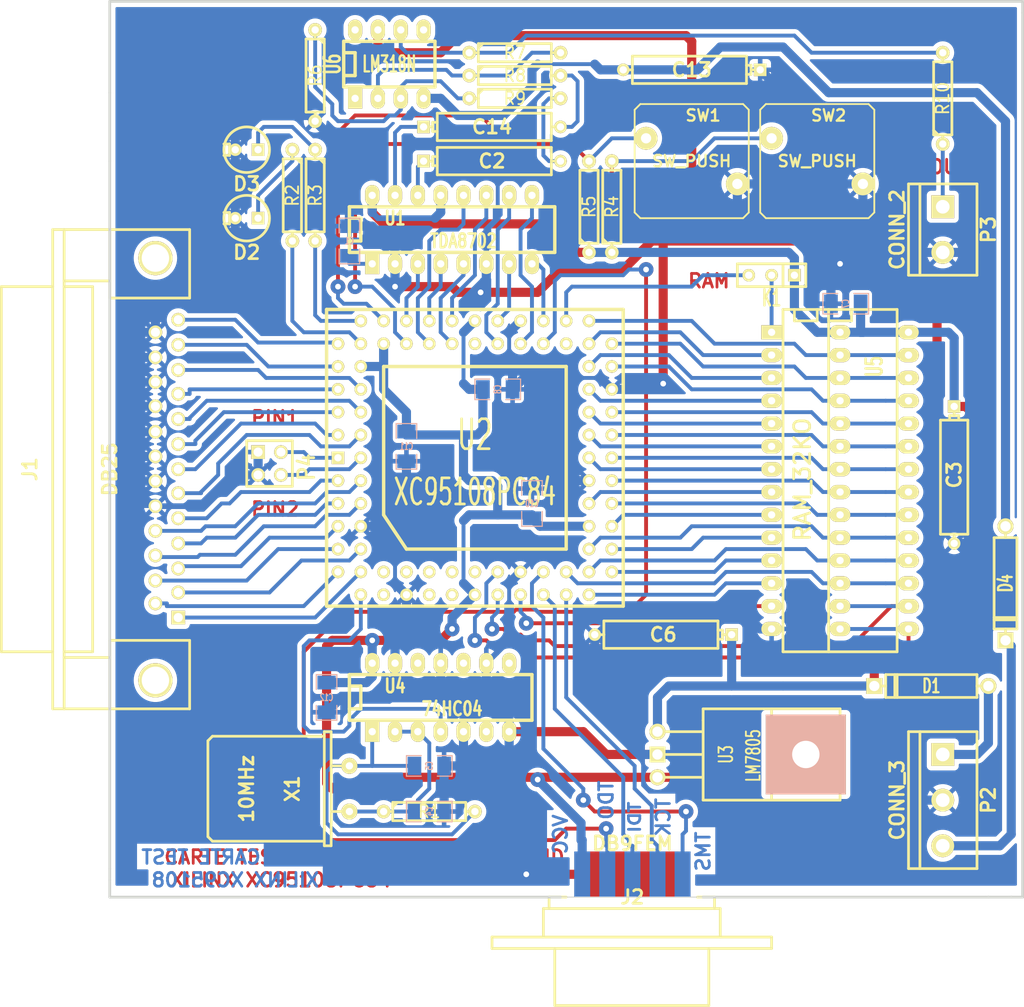
<source format=kicad_pcb>
(kicad_pcb (version 20221018) (generator pcbnew)
  (title_block (title "CARTE TEST XILINX XC95108") (rev "0"))
  (layers (0 "F.Cu" signal "Dessus") (31 "B.Cu" signal "Dessous") (34 "B.Paste" user) (35 "F.Paste" user) (36 "B.SilkS" user) (37 "F.SilkS" user) (38 "B.Mask" user) (39 "F.Mask" user) (44 "Edge.Cuts" user))
  (net 0 "")
  (net 1 "+12V")
  (net 2 "-12V")
  (net 3 "/CSMEM")
  (net 4 "/DAT0")
  (net 5 "/DAT1")
  (net 6 "/DAT2")
  (net 7 "/DAT3")
  (net 8 "/DAT4")
  (net 9 "/DAT5")
  (net 10 "/DAT6")
  (net 11 "/DAT7")
  (net 12 "/DCLK")
  (net 13 "/LED1")
  (net 14 "/LED2")
  (net 15 "/MA0")
  (net 16 "/MA1")
  (net 17 "/MA2")
  (net 18 "/MA3")
  (net 19 "/MA4")
  (net 20 "/MA5")
  (net 21 "/MA6")
  (net 22 "/MA7")
  (net 23 "/MD0")
  (net 24 "/MD1")
  (net 25 "/MD10")
  (net 26 "/MD11")
  (net 27 "/MD12")
  (net 28 "/MD13")
  (net 29 "/MD14")
  (net 30 "/MD2")
  (net 31 "/MD3")
  (net 32 "/MD4")
  (net 33 "/MD5")
  (net 34 "/MD6")
  (net 35 "/MD7")
  (net 36 "/MD8")
  (net 37 "/MD9")
  (net 38 "/OEMEM")
  (net 39 "/PARBUS0")
  (net 40 "/PARBUS1")
  (net 41 "/PARBUS2")
  (net 42 "/PARBUS3")
  (net 43 "/PARBUS4")
  (net 44 "/PARBUS5")
  (net 45 "/PARBUS6")
  (net 46 "/PARBUS7")
  (net 47 "/PAR_AUX0/STROBE*")
  (net 48 "/PAR_AUX1/ERROR*")
  (net 49 "/PAR_AUX2/AUTOLF*")
  (net 50 "/PAR_AUX3/SELECT*")
  (net 51 "/PAR_AUX4/PE")
  (net 52 "/PAR_AUX5/BUSY*")
  (net 53 "/PAR_AUX6/ACK")
  (net 54 "/PAR_AUX7/INIT")
  (net 55 "/PAR_AUX8/SELECT")
  (net 56 "/PIN_TEST0")
  (net 57 "/PIN_TEST1")
  (net 58 "/R/W-A14")
  (net 59 "/SW0")
  (net 60 "/SW1")
  (net 61 "/TCK")
  (net 62 "/TDI")
  (net 63 "/TDO")
  (net 64 "/TMS")
  (net 65 "/XIN/CLK")
  (net 66 "GND")
  (net 67 "Net-(C1-Pad1)")
  (net 68 "Net-(C14-Pad1)")
  (net 69 "Net-(C14-Pad2)")
  (net 70 "Net-(C2-Pad1)")
  (net 71 "Net-(C2-Pad2)")
  (net 72 "Net-(C4-Pad1)")
  (net 73 "Net-(C5-Pad1)")
  (net 74 "Net-(D1-Pad1)")
  (net 75 "Net-(D2-Pad1)")
  (net 76 "Net-(D3-Pad1)")
  (net 77 "Net-(D4-Pad2)")
  (net 78 "Net-(K1-Pad2)")
  (net 79 "Net-(P3-Pad1)")
  (net 80 "Net-(R10-Pad2)")
  (net 81 "Net-(R6-Pad1)")
  (net 82 "Net-(R7-Pad2)")
  (net 83 "VCC")
  (footprint "PLCC84" (layer "F.Cu") (at 135.255 86.995)
    (fp_text reference "U2")
    (fp_text value "XC95108PC84")
  )
  (footprint "16DIP-ELL300" (layer "F.Cu") (at 132.715 61.595)
    (fp_text reference "U1")
    (fp_text value "TDA8702")
  )
  (footprint "CP6" (layer "F.Cu") (at 137.16 53.975)
    (fp_text reference "C2")
    (fp_text value "10uF" hide)
  )
  (footprint "CP6" (layer "F.Cu") (at 188.595 88.9 -90)
    (fp_text reference "C3")
    (fp_text value "10uF" hide)
  )
  (footprint "HC-18UH" (layer "F.Cu") (at 121.285 123.825 -90)
    (fp_text reference "X1")
    (fp_text value "10MHz")
  )
  (footprint "R4" (layer "F.Cu") (at 130.175 126.365)
    (fp_text reference "R1")
    (fp_text value "100K" hide)
  )
  (footprint "LM78XX" (layer "F.Cu") (at 155.575 120.015)
    (fp_text reference "U3")
    (fp_text value "LM7805")
  )
  (footprint "bornier3" (layer "F.Cu") (at 187.325 125.095 -90)
    (fp_text reference "P2")
    (fp_text value "CONN_3")
  )
  (footprint "D5" (layer "F.Cu") (at 186.055 112.395 180)
    (fp_text reference "D1")
    (fp_text value "1N4004" hide)
  )
  (footprint "CP6" (layer "F.Cu") (at 156.21 106.68 180)
    (fp_text reference "C6")
    (fp_text value "47uF" hide)
  )
  (footprint "bornier2" (layer "F.Cu") (at 187.325 61.595 -90)
    (fp_text reference "P3")
    (fp_text value "CONN_2")
  )
  (footprint "14DIP-ELL300" (layer "F.Cu") (at 131.445 113.665)
    (fp_text reference "U4")
    (fp_text value "74HC04")
  )
  (footprint "28DIP-ELL300-600" (layer "F.Cu") (at 175.895 89.535 -90)
    (fp_text reference "U5")
    (fp_text value "RAM_32KO")
  )
  (footprint "SIL-3" (layer "F.Cu") (at 168.275 66.675 180)
    (fp_text reference "K1")
    (fp_text value "CONN_3" hide)
  )
  (footprint "DB25FC" (layer "F.Cu") (at 100.965 88.265 90)
    (fp_text reference "J1")
    (fp_text value "DB25")
  )
  (footprint "R4" (layer "F.Cu") (at 114.935 57.785 -90)
    (fp_text reference "R2")
    (fp_text value "330" hide)
  )
  (footprint "LEDV" (layer "F.Cu") (at 109.855 60.325 180)
    (fp_text reference "D2")
    (fp_text value "LED" hide)
  )
  (footprint "SW_PUSH" (layer "F.Cu") (at 159.385 53.975)
    (fp_text reference "SW1")
    (fp_text value "SW_PUSH")
  )
  (footprint "SW_PUSH" (layer "F.Cu") (at 173.355 53.975)
    (fp_text reference "SW2")
    (fp_text value "SW_PUSH")
  )
  (footprint "R4" (layer "F.Cu") (at 150.495 59.055 90)
    (fp_text reference "R4")
    (fp_text value "4,7K" hide)
  )
  (footprint "R4" (layer "F.Cu") (at 147.955 59.055 90)
    (fp_text reference "R5")
    (fp_text value "4,7K" hide)
  )
  (footprint "head_2x2" (layer "F.Cu") (at 112.395 87.63 -90)
    (fp_text reference "P4")
    (fp_text value "CONN_2X2" hide)
  )
  (footprint "CP6" (layer "F.Cu") (at 137.16 50.165)
    (fp_text reference "C14")
    (fp_text value "10uF" hide)
  )
  (footprint "R4" (layer "F.Cu") (at 139.7 44.45)
    (fp_text reference "R8")
    (fp_text value "2,2K" hide)
  )
  (footprint "R4" (layer "F.Cu") (at 139.7 46.99)
    (fp_text reference "R9")
    (fp_text value "2,2K" hide)
  )
  (footprint "R4" (layer "F.Cu") (at 117.475 44.45 -90)
    (fp_text reference "R6")
    (fp_text value "1,1k" hide)
  )
  (footprint "R4" (layer "F.Cu") (at 139.7 41.91)
    (fp_text reference "R7")
    (fp_text value "1,1K" hide)
  )
  (footprint "R4" (layer "F.Cu") (at 187.325 46.99 90)
    (fp_text reference "R10")
    (fp_text value "75" hide)
  )
  (footprint "8DIP-ELL300" (layer "F.Cu") (at 125.73 43.18)
    (fp_text reference "U6")
    (fp_text value "LM318N")
  )
  (footprint "CP6" (layer "F.Cu") (at 159.385 43.815 180)
    (fp_text reference "C13")
    (fp_text value "10uF" hide)
  )
  (footprint "D5" (layer "F.Cu") (at 194.31 100.965 -90)
    (fp_text reference "D4")
    (fp_text value "1N4004" hide)
  )
  (footprint "DB9F_CI_INVERT" (layer "F.Cu") (at 152.781 135.89 180)
    (fp_text reference "J2")
    (fp_text value "DB9FEM")
  )
  (footprint "R4" (layer "F.Cu") (at 117.475 57.785 -90)
    (fp_text reference "R3")
    (fp_text value "330" hide)
  )
  (footprint "LEDV" (layer "F.Cu") (at 109.855 52.705 180)
    (fp_text reference "D3")
    (fp_text value "LED" hide)
  )
  (footprint "SM1206" (layer "B.Cu") (at 121.285 62.865 90)
    (fp_text reference "C1")
    (fp_text value "100nF" hide)
  )
  (footprint "SM1206" (layer "B.Cu") (at 130.175 121.285)
    (fp_text reference "C5")
    (fp_text value "22pF" hide)
  )
  (footprint "SM1206" (layer "B.Cu") (at 137.795 79.375)
    (fp_text reference "C8")
    (fp_text value "100nF" hide)
  )
  (footprint "SM1206" (layer "B.Cu") (at 176.53 69.85 180)
    (fp_text reference "C7")
    (fp_text value "100nF" hide)
  )
  (footprint "SM1206" (layer "B.Cu") (at 118.745 113.665 -90)
    (fp_text reference "C12")
    (fp_text value "100nF" hide)
  )
  (footprint "SM1206" (layer "B.Cu") (at 141.605 92.075 90)
    (fp_text reference "C10")
    (fp_text value "100nF" hide)
  )
  (footprint "SM1206" (layer "B.Cu") (at 127.635 85.725 -90)
    (fp_text reference "C11")
    (fp_text value "100nF" hide)
  )
  (footprint "SM1206" (layer "B.Cu") (at 130.175 126.365)
    (fp_text reference "C4")
    (fp_text value "22pF" hide)
  )
  (gr_line (start 196.215 37.465) (end 196.215 135.89) (stroke (width 0.3048)) (layer "Edge.Cuts"))
  (gr_line (start 94.615 53.975) (end 94.615 132.715) (stroke (width 0.3048)) (layer "Edge.Cuts"))
  (gr_line (start 94.615 46.355) (end 94.615 53.975) (stroke (width 0.3048)) (layer "Edge.Cuts"))
  (gr_line (start 144.78 135.89) (end 160.655 135.89) (stroke (width 0.1)) (layer "Edge.Cuts"))
  (gr_line (start 160.655 135.89) (end 192.405 135.89) (stroke (width 0.3048)) (layer "Edge.Cuts"))
  (gr_line (start 196.215 36.195) (end 94.615 36.195) (stroke (width 0.3048)) (layer "Edge.Cuts"))
  (gr_line (start 196.215 37.465) (end 196.215 36.195) (stroke (width 0.3048)) (layer "Edge.Cuts"))
  (gr_line (start 94.615 133.985) (end 94.615 135.89) (stroke (width 0.3048)) (layer "Edge.Cuts"))
  (gr_line (start 196.215 135.89) (end 194.945 135.89) (stroke (width 0.3048)) (layer "Edge.Cuts"))
  (gr_line (start 192.405 135.89) (end 194.945 135.89) (stroke (width 0.3048)) (layer "Edge.Cuts"))
  (gr_line (start 94.615 36.195) (end 94.615 46.355) (stroke (width 0.3048)) (layer "Edge.Cuts"))
  (gr_line (start 94.615 132.715) (end 94.615 133.985) (stroke (width 0.3048)) (layer "Edge.Cuts"))
  (gr_line (start 94.615 135.89) (end 144.78 135.89) (stroke (width 0.3048)) (layer "Edge.Cuts"))
  (gr_text "GND" (at 187.325 68.58) (layer "F.Cu") (effects (font (size 1.524 1.524) (thickness 0.3048))))
  (gr_text "GND" (at 179.705 125.73) (layer "F.Cu") (effects (font (size 1.524 1.524) (thickness 0.3048))))
  (gr_text "+12V" (at 180.34 118.745) (layer "F.Cu") (effects (font (size 1.524 1.524) (thickness 0.3048))))
  (gr_text "GND" (at 142.875 131.445) (layer "F.Cu") (effects (font (size 1.524 1.524) (thickness 0.3048))))
  (gr_text "RAM" (at 161.29 67.31) (layer "F.Cu") (effects (font (size 1.524 1.524) (thickness 0.3048))))
  (gr_text "XILINX XC95108PC84" (at 113.665 133.985) (layer "F.Cu") (effects (font (size 1.524 1.524) (thickness 0.3048))))
  (gr_text "ROM" (at 176.53 67.31) (layer "F.Cu") (effects (font (size 1.524 1.524) (thickness 0.3048))))
  (gr_text "CARTE TEST" (at 107.315 131.445) (layer "F.Cu") (effects (font (size 1.524 1.524) (thickness 0.3048))))
  (gr_text "VOUT" (at 187.325 54.61) (layer "F.Cu") (effects (font (size 1.524 1.524) (thickness 0.3048))))
  (gr_text "PIN1" (at 113.03 82.55) (layer "F.Cu") (effects (font (size 1.524 1.524) (thickness 0.3048))))
  (gr_text "PIN2" (at 113.03 92.71) (layer "F.Cu") (effects (font (size 1.524 1.524) (thickness 0.3048))))
  (gr_text "TDI" (at 153.035 127 90) (layer "B.Cu") (effects (font (size 1.27 1.524) (thickness 0.3048)) (justify mirror)))
  (gr_text "CARTE TEST" (at 104.775 131.445) (layer "B.Cu") (effects (font (size 1.524 1.524) (thickness 0.3048)) (justify mirror)))
  (gr_text "XILINX XC95108" (at 108.585 133.985) (layer "B.Cu") (effects (font (size 1.524 1.524) (thickness 0.3048)) (justify mirror)))
  (gr_text "TCK" (at 156.21 127 90) (layer "B.Cu") (effects (font (size 1.524 1.524) (thickness 0.3048)) (justify mirror)))
  (gr_text "VCC" (at 144.78 128.905 90) (layer "B.Cu") (effects (font (size 1.524 1.524) (thickness 0.3048)) (justify mirror)))
  (gr_text "TMS" (at 160.655 130.81 90) (layer "B.Cu") (effects (font (size 1.524 1.524) (thickness 0.3048)) (justify mirror)))
  (gr_text "TDO" (at 149.86 125.095 90) (layer "B.Cu") (effects (font (size 1.524 1.524) (thickness 0.3048)) (justify mirror)))
  (segment (start 179.705 110.49) (end 183.515 110.49) (width 1.016) (layer "F.Cu") (net 1))
  (segment (start 159.385 40.64) (end 158.75 40.005) (width 1.016) (layer "F.Cu") (net 1))
  (segment (start 186.69 107.315) (end 186.69 71.755) (width 1.016) (layer "F.Cu") (net 1))
  (segment (start 160.02 59.055) (end 159.385 58.42) (width 1.016) (layer "F.Cu") (net 1))
  (segment (start 158.75 40.005) (end 133.35 40.005) (width 1.016) (layer "F.Cu") (net 1))
  (segment (start 183.515 110.49) (end 185.42 108.585) (width 1.016) (layer "F.Cu") (net 1))
  (segment (start 124.46 41.275) (end 124.46 39.37) (width 1.016) (layer "F.Cu") (net 1))
  (segment (start 173.99 59.055) (end 160.02 59.055) (width 1.016) (layer "F.Cu") (net 1))
  (segment (start 125.095 41.91) (end 124.46 41.275) (width 1.016) (layer "F.Cu") (net 1))
  (segment (start 185.42 108.585) (end 186.69 107.315) (width 1.016) (layer "F.Cu") (net 1))
  (segment (start 186.69 71.755) (end 185.42 70.485) (width 1.016) (layer "F.Cu") (net 1))
  (segment (start 131.445 41.91) (end 125.095 41.91) (width 1.016) (layer "F.Cu") (net 1))
  (segment (start 133.35 40.005) (end 131.445 41.91) (width 1.016) (layer "F.Cu") (net 1))
  (segment (start 185.42 70.485) (end 173.99 59.055) (width 1.016) (layer "F.Cu") (net 1))
  (segment (start 179.705 112.395) (end 179.705 110.49) (width 1.016) (layer "F.Cu") (net 1))
  (segment (start 159.385 58.42) (end 159.385 40.64) (width 1.016) (layer "F.Cu") (net 1))
  (segment (start 169.545 112.395) (end 179.705 112.395) (width 1.016) (layer "B.Cu") (net 1))
  (segment (start 169.545 112.395) (end 163.83 112.395) (width 1.016) (layer "B.Cu") (net 1))
  (segment (start 155.575 113.665) (end 155.575 117.475) (width 1.016) (layer "B.Cu") (net 1))
  (segment (start 156.845 112.395) (end 155.575 113.665) (width 1.016) (layer "B.Cu") (net 1))
  (segment (start 163.83 106.68) (end 163.83 112.395) (width 1.016) (layer "B.Cu") (net 1))
  (segment (start 163.83 112.395) (end 156.845 112.395) (width 1.016) (layer "B.Cu") (net 1))
  (segment (start 148.59 43.18) (end 149.225 43.815) (width 1.016) (layer "B.Cu") (net 2))
  (segment (start 160.02 43.815) (end 162.56 41.275) (width 1.016) (layer "B.Cu") (net 2))
  (segment (start 131.445 46.99) (end 133.35 48.895) (width 1.016) (layer "B.Cu") (net 2))
  (segment (start 162.56 41.275) (end 169.545 41.275) (width 1.016) (layer "B.Cu") (net 2))
  (segment (start 191.135 46.355) (end 191.77 46.99) (width 1.016) (layer "B.Cu") (net 2))
  (segment (start 194.31 94.615) (end 194.31 49.53) (width 1.016) (layer "B.Cu") (net 2))
  (segment (start 149.225 43.815) (end 151.765 43.815) (width 1.016) (layer "B.Cu") (net 2))
  (segment (start 194.31 49.53) (end 191.77 46.99) (width 1.016) (layer "B.Cu") (net 2))
  (segment (start 142.24 43.18) (end 148.59 43.18) (width 0.4318) (layer "B.Cu") (net 2))
  (segment (start 138.43 48.895) (end 141.605 45.72) (width 1.016) (layer "B.Cu") (net 2))
  (segment (start 169.545 41.275) (end 174.625 46.355) (width 1.016) (layer "B.Cu") (net 2))
  (segment (start 174.625 46.355) (end 191.135 46.355) (width 1.016) (layer "B.Cu") (net 2))
  (segment (start 141.605 43.815) (end 142.24 43.18) (width 1.016) (layer "B.Cu") (net 2))
  (segment (start 129.54 46.99) (end 131.445 46.99) (width 1.016) (layer "B.Cu") (net 2))
  (segment (start 133.35 48.895) (end 138.43 48.895) (width 1.016) (layer "B.Cu") (net 2))
  (segment (start 141.605 45.72) (end 141.605 43.815) (width 1.016) (layer "B.Cu") (net 2))
  (segment (start 151.765 43.815) (end 160.02 43.815) (width 1.016) (layer "B.Cu") (net 2))
  (segment (start 173.355 93.345) (end 172.085 92.075) (width 0.4318) (layer "B.Cu") (net 3))
  (segment (start 150.495 92.075) (end 172.085 92.075) (width 0.4318) (layer "B.Cu") (net 3))
  (segment (start 180.975 93.345) (end 183.515 93.345) (width 0.4318) (layer "B.Cu") (net 3))
  (segment (start 180.975 93.345) (end 175.895 93.345) (width 0.4318) (layer "B.Cu") (net 3))
  (segment (start 175.895 93.345) (end 173.355 93.345) (width 0.4318) (layer "B.Cu") (net 3))
  (segment (start 133.35 61.595) (end 133.985 60.96) (width 0.4318) (layer "B.Cu") (net 4))
  (segment (start 128.905 69.215) (end 130.175 67.945) (width 0.4318) (layer "B.Cu") (net 4))
  (segment (start 131.445 61.595) (end 133.35 61.595) (width 0.4318) (layer "B.Cu") (net 4))
  (segment (start 130.175 62.865) (end 131.445 61.595) (width 0.4318) (layer "B.Cu") (net 4))
  (segment (start 128.905 73.025) (end 128.905 69.215) (width 0.4318) (layer "B.Cu") (net 4))
  (segment (start 130.175 74.295) (end 128.905 73.025) (width 0.4318) (layer "B.Cu") (net 4))
  (segment (start 130.175 67.945) (end 130.175 62.865) (width 0.4318) (layer "B.Cu") (net 4))
  (segment (start 133.985 60.96) (end 133.985 57.785) (width 0.4318) (layer "B.Cu") (net 4))
  (segment (start 135.255 61.595) (end 135.255 66.675) (width 0.4318) (layer "B.Cu") (net 5))
  (segment (start 132.715 69.215) (end 135.255 66.675) (width 0.4318) (layer "B.Cu") (net 5))
  (segment (start 132.715 69.215) (end 132.715 71.755) (width 0.4318) (layer "B.Cu") (net 5))
  (segment (start 136.525 57.785) (end 136.525 60.325) (width 0.4318) (layer "B.Cu") (net 5))
  (segment (start 135.255 61.595) (end 136.525 60.325) (width 0.4318) (layer "B.Cu") (net 5))
  (segment (start 128.905 65.405) (end 128.905 67.945) (width 0.4318) (layer "B.Cu") (net 6))
  (segment (start 127.635 69.215) (end 127.635 71.755) (width 0.4318) (layer "B.Cu") (net 6))
  (segment (start 128.905 67.945) (end 127.635 69.215) (width 0.4318) (layer "B.Cu") (net 6))
  (segment (start 130.175 69.215) (end 131.445 67.945) (width 0.4318) (layer "B.Cu") (net 7))
  (segment (start 130.175 71.755) (end 130.175 69.215) (width 0.4318) (layer "B.Cu") (net 7))
  (segment (start 131.445 67.945) (end 131.445 65.405) (width 0.4318) (layer "B.Cu") (net 7))
  (segment (start 136.525 71.12) (end 137.795 69.85) (width 0.4318) (layer "B.Cu") (net 8))
  (segment (start 137.795 69.85) (end 137.795 61.595) (width 0.4318) (layer "B.Cu") (net 8))
  (segment (start 136.525 73.025) (end 137.795 74.295) (width 0.4318) (layer "B.Cu") (net 8))
  (segment (start 139.065 60.325) (end 137.795 61.595) (width 0.4318) (layer "B.Cu") (net 8))
  (segment (start 136.525 71.12) (end 136.525 73.025) (width 0.4318) (layer "B.Cu") (net 8))
  (segment (start 139.065 57.785) (end 139.065 60.325) (width 0.4318) (layer "B.Cu") (net 8))
  (segment (start 141.605 57.785) (end 141.605 60.325) (width 0.4318) (layer "B.Cu") (net 9))
  (segment (start 141.605 67.945) (end 140.335 66.675) (width 0.4318) (layer "B.Cu") (net 9))
  (segment (start 141.605 60.325) (end 140.335 61.595) (width 0.4318) (layer "B.Cu") (net 9))
  (segment (start 140.335 74.295) (end 141.605 73.025) (width 0.4318) (layer "B.Cu") (net 9))
  (segment (start 141.605 73.025) (end 141.605 67.945) (width 0.4318) (layer "B.Cu") (net 9))
  (segment (start 140.335 61.595) (end 140.335 66.675) (width 0.4318) (layer "B.Cu") (net 9))
  (segment (start 142.24 65.405) (end 141.605 65.405) (width 0.4318) (layer "B.Cu") (net 10))
  (segment (start 142.875 66.04) (end 142.24 65.405) (width 0.4318) (layer "B.Cu") (net 10))
  (segment (start 142.875 71.755) (end 142.875 66.04) (width 0.4318) (layer "B.Cu") (net 10))
  (segment (start 139.065 70.485) (end 137.795 71.755) (width 0.4318) (layer "B.Cu") (net 11))
  (segment (start 139.065 65.405) (end 139.065 70.485) (width 0.4318) (layer "B.Cu") (net 11))
  (segment (start 133.985 66.675) (end 133.985 65.405) (width 0.4318) (layer "B.Cu") (net 12))
  (segment (start 132.715 74.295) (end 131.445 73.025) (width 0.4318) (layer "B.Cu") (net 12))
  (segment (start 131.445 73.025) (end 131.445 69.215) (width 0.4318) (layer "B.Cu") (net 12))
  (segment (start 131.445 69.215) (end 133.985 66.675) (width 0.4318) (layer "B.Cu") (net 12))
  (segment (start 121.285 73.025) (end 122.555 74.295) (width 0.4318) (layer "B.Cu") (net 13))
  (segment (start 116.205 73.025) (end 114.935 71.755) (width 0.4318) (layer "B.Cu") (net 13))
  (segment (start 116.205 73.025) (end 121.285 73.025) (width 0.4318) (layer "B.Cu") (net 13))
  (segment (start 114.935 62.865) (end 114.935 71.755) (width 0.4318) (layer "B.Cu") (net 13))
  (segment (start 117.475 62.865) (end 117.475 71.12) (width 0.4318) (layer "B.Cu") (net 14))
  (segment (start 117.475 71.12) (end 118.11 71.755) (width 0.4318) (layer "B.Cu") (net 14))
  (segment (start 118.11 71.755) (end 122.555 71.755) (width 0.4318) (layer "B.Cu") (net 14))
  (segment (start 161.925 99.695) (end 163.195 98.425) (width 0.4318) (layer "B.Cu") (net 15))
  (segment (start 150.495 99.695) (end 161.925 99.695) (width 0.4318) (layer "B.Cu") (net 15))
  (segment (start 163.195 98.425) (end 168.275 98.425) (width 0.4318) (layer "B.Cu") (net 15))
  (segment (start 163.195 100.965) (end 168.275 100.965) (width 0.4318) (layer "B.Cu") (net 16))
  (segment (start 147.955 102.235) (end 161.925 102.235) (width 0.4318) (layer "B.Cu") (net 16))
  (segment (start 161.925 102.235) (end 163.195 100.965) (width 0.4318) (layer "B.Cu") (net 16))
  (segment (start 161.925 105.41) (end 163.83 103.505) (width 0.4318) (layer "F.Cu") (net 17))
  (segment (start 151.13 105.41) (end 161.925 105.41) (width 0.4318) (layer "F.Cu") (net 17))
  (segment (start 163.83 103.505) (end 168.275 103.505) (width 0.4318) (layer "F.Cu") (net 17))
  (segment (start 140.97 105.41) (end 151.13 105.41) (width 0.4318) (layer "F.Cu") (net 17))
  (via (at 140.97 105.41) (size 1.651) (drill 0.635) (layers "F.Cu" "B.Cu") (net 17))
  (segment (start 140.97 104.775) (end 140.97 105.41) (width 0.4318) (layer "B.Cu") (net 17))
  (segment (start 140.335 104.14) (end 140.97 104.775) (width 0.4318) (layer "B.Cu") (net 17))
  (segment (start 140.335 102.235) (end 140.335 104.14) (width 0.4318) (layer "B.Cu") (net 17))
  (segment (start 136.525 107.315) (end 135.255 107.315) (width 0.4318) (layer "F.Cu") (net 18))
  (segment (start 183.515 108.585) (end 183.515 106.045) (width 0.4318) (layer "F.Cu") (net 18))
  (segment (start 137.16 107.95) (end 136.525 107.315) (width 0.4318) (layer "F.Cu") (net 18))
  (segment (start 182.88 109.22) (end 183.515 108.585) (width 0.4318) (layer "F.Cu") (net 18))
  (segment (start 140.335 107.95) (end 137.16 107.95) (width 0.4318) (layer "F.Cu") (net 18))
  (segment (start 141.605 109.22) (end 182.88 109.22) (width 0.4318) (layer "F.Cu") (net 18))
  (segment (start 140.335 107.95) (end 141.605 109.22) (width 0.4318) (layer "F.Cu") (net 18))
  (via (at 135.255 107.315) (size 1.651) (drill 0.635) (layers "F.Cu" "B.Cu") (net 18))
  (segment (start 136.525 100.965) (end 137.795 99.695) (width 0.4318) (layer "B.Cu") (net 18))
  (segment (start 136.525 103.505) (end 136.525 100.965) (width 0.4318) (layer "B.Cu") (net 18))
  (segment (start 135.255 104.775) (end 136.525 103.505) (width 0.4318) (layer "B.Cu") (net 18))
  (segment (start 135.255 107.315) (end 135.255 104.775) (width 0.4318) (layer "B.Cu") (net 18))
  (segment (start 175.895 106.045) (end 183.515 106.045) (width 0.4318) (layer "B.Cu") (net 18))
  (segment (start 183.515 103.505) (end 181.61 103.505) (width 0.4318) (layer "F.Cu") (net 19))
  (segment (start 144.145 107.95) (end 143.51 107.315) (width 0.4318) (layer "F.Cu") (net 19))
  (segment (start 138.43 106.045) (end 139.065 106.68) (width 0.4318) (layer "F.Cu") (net 19))
  (segment (start 139.065 106.68) (end 140.335 106.68) (width 0.4318) (layer "F.Cu") (net 19))
  (segment (start 140.335 106.68) (end 140.97 107.315) (width 0.4318) (layer "F.Cu") (net 19))
  (segment (start 137.16 106.045) (end 138.43 106.045) (width 0.4318) (layer "F.Cu") (net 19))
  (segment (start 181.61 103.505) (end 177.165 107.95) (width 0.4318) (layer "F.Cu") (net 19))
  (segment (start 177.165 107.95) (end 144.145 107.95) (width 0.4318) (layer "F.Cu") (net 19))
  (segment (start 143.51 107.315) (end 140.97 107.315) (width 0.4318) (layer "F.Cu") (net 19))
  (via (at 137.16 106.045) (size 1.651) (drill 0.635) (layers "F.Cu" "B.Cu") (net 19))
  (segment (start 183.515 103.505) (end 175.895 103.505) (width 0.4318) (layer "B.Cu") (net 19))
  (segment (start 137.16 104.775) (end 137.16 106.045) (width 0.4318) (layer "B.Cu") (net 19))
  (segment (start 137.795 104.14) (end 137.795 102.235) (width 0.4318) (layer "B.Cu") (net 19))
  (segment (start 137.795 104.14) (end 137.16 104.775) (width 0.4318) (layer "B.Cu") (net 19))
  (segment (start 145.415 99.695) (end 146.685 100.965) (width 0.4318) (layer "B.Cu") (net 20))
  (segment (start 180.975 100.965) (end 183.515 100.965) (width 0.4318) (layer "B.Cu") (net 20))
  (segment (start 163.195 99.695) (end 172.72 99.695) (width 0.4318) (layer "B.Cu") (net 20))
  (segment (start 146.685 100.965) (end 161.925 100.965) (width 0.4318) (layer "B.Cu") (net 20))
  (segment (start 173.99 100.965) (end 172.72 99.695) (width 0.4318) (layer "B.Cu") (net 20))
  (segment (start 161.925 100.965) (end 163.195 99.695) (width 0.4318) (layer "B.Cu") (net 20))
  (segment (start 175.895 100.965) (end 173.99 100.965) (width 0.4318) (layer "B.Cu") (net 20))
  (segment (start 180.975 100.965) (end 175.895 100.965) (width 0.4318) (layer "B.Cu") (net 20))
  (segment (start 147.955 99.695) (end 149.225 98.425) (width 0.4318) (layer "B.Cu") (net 21))
  (segment (start 163.195 97.155) (end 172.085 97.155) (width 0.4318) (layer "B.Cu") (net 21))
  (segment (start 180.975 98.425) (end 183.515 98.425) (width 0.4318) (layer "B.Cu") (net 21))
  (segment (start 175.895 98.425) (end 173.355 98.425) (width 0.4318) (layer "B.Cu") (net 21))
  (segment (start 173.355 98.425) (end 172.085 97.155) (width 0.4318) (layer "B.Cu") (net 21))
  (segment (start 180.975 98.425) (end 175.895 98.425) (width 0.4318) (layer "B.Cu") (net 21))
  (segment (start 161.925 98.425) (end 163.195 97.155) (width 0.4318) (layer "B.Cu") (net 21))
  (segment (start 149.225 98.425) (end 161.925 98.425) (width 0.4318) (layer "B.Cu") (net 21))
  (segment (start 147.955 97.155) (end 149.225 95.885) (width 0.4318) (layer "B.Cu") (net 22))
  (segment (start 180.975 95.885) (end 175.895 95.885) (width 0.4318) (layer "B.Cu") (net 22))
  (segment (start 158.115 95.885) (end 159.385 94.615) (width 0.4318) (layer "B.Cu") (net 22))
  (segment (start 173.99 95.885) (end 172.72 94.615) (width 0.4318) (layer "B.Cu") (net 22))
  (segment (start 175.895 95.885) (end 173.99 95.885) (width 0.4318) (layer "B.Cu") (net 22))
  (segment (start 159.385 94.615) (end 172.085 94.615) (width 0.4318) (layer "B.Cu") (net 22))
  (segment (start 149.225 95.885) (end 158.115 95.885) (width 0.4318) (layer "B.Cu") (net 22))
  (segment (start 180.975 95.885) (end 183.515 95.885) (width 0.4318) (layer "B.Cu") (net 22))
  (segment (start 172.72 94.615) (end 172.085 94.615) (width 0.4318) (layer "B.Cu") (net 22))
  (segment (start 160.655 95.885) (end 168.275 95.885) (width 0.4318) (layer "B.Cu") (net 23))
  (segment (start 150.495 97.155) (end 159.385 97.155) (width 0.4318) (layer "B.Cu") (net 23))
  (segment (start 159.385 97.155) (end 160.655 95.885) (width 0.4318) (layer "B.Cu") (net 23))
  (segment (start 150.495 94.615) (end 151.765 93.345) (width 0.4318) (layer "B.Cu") (net 24))
  (segment (start 151.765 93.345) (end 168.275 93.345) (width 0.4318) (layer "B.Cu") (net 24))
  (segment (start 180.975 90.805) (end 175.895 90.805) (width 0.4318) (layer "B.Cu") (net 25))
  (segment (start 180.975 90.805) (end 183.515 90.805) (width 0.4318) (layer "B.Cu") (net 25))
  (segment (start 173.99 90.805) (end 172.72 89.535) (width 0.4318) (layer "B.Cu") (net 25))
  (segment (start 150.495 89.535) (end 172.72 89.535) (width 0.4318) (layer "B.Cu") (net 25))
  (segment (start 175.895 90.805) (end 173.99 90.805) (width 0.4318) (layer "B.Cu") (net 25))
  (segment (start 150.495 84.455) (end 172.72 84.455) (width 0.4318) (layer "B.Cu") (net 26))
  (segment (start 175.895 85.725) (end 180.975 85.725) (width 0.4318) (layer "B.Cu") (net 26))
  (segment (start 173.99 85.725) (end 172.72 84.455) (width 0.4318) (layer "B.Cu") (net 26))
  (segment (start 175.895 85.725) (end 173.99 85.725) (width 0.4318) (layer "B.Cu") (net 26))
  (segment (start 180.975 85.725) (end 183.515 85.725) (width 0.4318) (layer "B.Cu") (net 26))
  (segment (start 147.955 74.295) (end 149.225 73.025) (width 0.4318) (layer "B.Cu") (net 27))
  (segment (start 158.115 73.025) (end 160.655 75.565) (width 0.4318) (layer "B.Cu") (net 27))
  (segment (start 160.655 75.565) (end 168.275 75.565) (width 0.4318) (layer "B.Cu") (net 27))
  (segment (start 149.225 73.025) (end 158.115 73.025) (width 0.4318) (layer "B.Cu") (net 27))
  (segment (start 170.815 76.835) (end 172.085 78.105) (width 0.4318) (layer "B.Cu") (net 28))
  (segment (start 175.895 78.105) (end 183.515 78.105) (width 0.4318) (layer "B.Cu") (net 28))
  (segment (start 158.115 74.295) (end 150.495 74.295) (width 0.4318) (layer "B.Cu") (net 28))
  (segment (start 160.655 76.835) (end 170.815 76.835) (width 0.4318) (layer "B.Cu") (net 28))
  (segment (start 158.115 74.295) (end 160.655 76.835) (width 0.4318) (layer "B.Cu") (net 28))
  (segment (start 175.895 78.105) (end 172.085 78.105) (width 0.4318) (layer "B.Cu") (net 28))
  (segment (start 159.385 67.945) (end 160.655 66.675) (width 0.4318) (layer "B.Cu") (net 29))
  (segment (start 145.415 71.755) (end 145.415 68.58) (width 0.4318) (layer "B.Cu") (net 29))
  (segment (start 145.415 68.58) (end 146.05 67.945) (width 0.4318) (layer "B.Cu") (net 29))
  (segment (start 160.655 66.675) (end 165.735 66.675) (width 0.4318) (layer "B.Cu") (net 29))
  (segment (start 146.05 67.945) (end 159.385 67.945) (width 0.4318) (layer "B.Cu") (net 29))
  (segment (start 149.225 90.805) (end 168.275 90.805) (width 0.4318) (layer "B.Cu") (net 30))
  (segment (start 147.955 92.075) (end 149.225 90.805) (width 0.4318) (layer "B.Cu") (net 30))
  (segment (start 149.225 88.265) (end 168.275 88.265) (width 0.4318) (layer "B.Cu") (net 31))
  (segment (start 147.955 86.995) (end 149.225 88.265) (width 0.4318) (layer "B.Cu") (net 31))
  (segment (start 149.225 85.725) (end 147.955 84.455) (width 0.4318) (layer "B.Cu") (net 32))
  (segment (start 168.275 85.725) (end 149.225 85.725) (width 0.4318) (layer "B.Cu") (net 32))
  (segment (start 149.225 83.185) (end 147.955 81.915) (width 0.4318) (layer "B.Cu") (net 33))
  (segment (start 168.275 83.185) (end 149.225 83.185) (width 0.4318) (layer "B.Cu") (net 33))
  (segment (start 147.955 79.375) (end 149.225 80.645) (width 0.4318) (layer "B.Cu") (net 34))
  (segment (start 149.225 80.645) (end 168.275 80.645) (width 0.4318) (layer "B.Cu") (net 34))
  (segment (start 149.225 75.565) (end 147.955 76.835) (width 0.4318) (layer "B.Cu") (net 35))
  (segment (start 168.275 78.105) (end 159.385 78.105) (width 0.4318) (layer "B.Cu") (net 35))
  (segment (start 159.385 78.105) (end 156.845 75.565) (width 0.4318) (layer "B.Cu") (net 35))
  (segment (start 156.845 75.565) (end 149.225 75.565) (width 0.4318) (layer "B.Cu") (net 35))
  (segment (start 175.895 80.645) (end 180.975 80.645) (width 0.4318) (layer "B.Cu") (net 36))
  (segment (start 180.975 80.645) (end 183.515 80.645) (width 0.4318) (layer "B.Cu") (net 36))
  (segment (start 175.895 80.645) (end 173.99 80.645) (width 0.4318) (layer "B.Cu") (net 36))
  (segment (start 156.845 76.835) (end 159.385 79.375) (width 0.4318) (layer "B.Cu") (net 36))
  (segment (start 150.495 76.835) (end 156.845 76.835) (width 0.4318) (layer "B.Cu") (net 36))
  (segment (start 159.385 79.375) (end 172.72 79.375) (width 0.4318) (layer "B.Cu") (net 36))
  (segment (start 173.99 80.645) (end 172.72 79.375) (width 0.4318) (layer "B.Cu") (net 36))
  (segment (start 173.99 83.185) (end 172.72 81.915) (width 0.4318) (layer "B.Cu") (net 37))
  (segment (start 150.495 81.915) (end 172.72 81.915) (width 0.4318) (layer "B.Cu") (net 37))
  (segment (start 175.895 83.185) (end 173.99 83.185) (width 0.4318) (layer "B.Cu") (net 37))
  (segment (start 175.895 83.185) (end 180.975 83.185) (width 0.4318) (layer "B.Cu") (net 37))
  (segment (start 180.975 83.185) (end 183.515 83.185) (width 0.4318) (layer "B.Cu") (net 37))
  (segment (start 150.495 86.995) (end 172.72 86.995) (width 0.4318) (layer "B.Cu") (net 38))
  (segment (start 180.975 88.265) (end 183.515 88.265) (width 0.4318) (layer "B.Cu") (net 38))
  (segment (start 173.99 88.265) (end 172.72 86.995) (width 0.4318) (layer "B.Cu") (net 38))
  (segment (start 175.895 88.265) (end 173.99 88.265) (width 0.4318) (layer "B.Cu") (net 38))
  (segment (start 180.975 88.265) (end 175.895 88.265) (width 0.4318) (layer "B.Cu") (net 38))
  (segment (start 112.395 101.981) (end 115.951 98.425) (width 0.4318) (layer "B.Cu") (net 39))
  (segment (start 115.951 98.425) (end 121.285 98.425) (width 0.4318) (layer "B.Cu") (net 39))
  (segment (start 121.285 98.425) (end 122.555 97.155) (width 0.4318) (layer "B.Cu") (net 39))
  (segment (start 102.235 101.981) (end 112.395 101.981) (width 0.4318) (layer "B.Cu") (net 39))
  (segment (start 109.22 99.06) (end 102.235 99.06) (width 0.4318) (layer "B.Cu") (net 40))
  (segment (start 112.395 95.885) (end 109.22 99.06) (width 0.4318) (layer "B.Cu") (net 40))
  (segment (start 102.235 99.06) (end 102.235 99.314) (width 0.4318) (layer "B.Cu") (net 40))
  (segment (start 118.745 95.885) (end 120.015 94.615) (width 0.4318) (layer "B.Cu") (net 40))
  (segment (start 112.395 95.885) (end 118.745 95.885) (width 0.4318) (layer "B.Cu") (net 40))
  (segment (start 102.235 96.52) (end 104.775 96.52) (width 0.4318) (layer "B.Cu") (net 41))
  (segment (start 108.585 95.885) (end 111.125 93.345) (width 0.4318) (layer "B.Cu") (net 41))
  (segment (start 111.125 93.345) (end 117.475 93.345) (width 0.4318) (layer "B.Cu") (net 41))
  (segment (start 117.475 93.345) (end 118.745 92.075) (width 0.4318) (layer "B.Cu") (net 41))
  (segment (start 105.41 95.885) (end 108.585 95.885) (width 0.4318) (layer "B.Cu") (net 41))
  (segment (start 118.745 92.075) (end 120.015 92.075) (width 0.4318) (layer "B.Cu") (net 41))
  (segment (start 104.775 96.52) (end 105.41 95.885) (width 0.4318) (layer "B.Cu") (net 41))
  (segment (start 102.235 93.726) (end 105.41 93.726) (width 0.4318) (layer "B.Cu") (net 42))
  (segment (start 105.41 93.726) (end 107.061 92.075) (width 0.4318) (layer "B.Cu") (net 42))
  (segment (start 107.95 92.075) (end 109.22 90.805) (width 0.4318) (layer "B.Cu") (net 42))
  (segment (start 118.11 89.535) (end 120.015 89.535) (width 0.4318) (layer "B.Cu") (net 42))
  (segment (start 107.061 92.075) (end 107.95 92.075) (width 0.4318) (layer "B.Cu") (net 42))
  (segment (start 116.84 90.805) (end 118.11 89.535) (width 0.4318) (layer "B.Cu") (net 42))
  (segment (start 109.22 90.805) (end 116.84 90.805) (width 0.4318) (layer "B.Cu") (net 42))
  (segment (start 104.775 90.805) (end 106.68 88.9) (width 0.4318) (layer "B.Cu") (net 43))
  (segment (start 104.775 90.932) (end 104.775 90.805) (width 0.4318) (layer "B.Cu") (net 43))
  (segment (start 118.11 85.725) (end 121.285 85.725) (width 0.4318) (layer "B.Cu") (net 43))
  (segment (start 116.84 84.455) (end 118.11 85.725) (width 0.4318) (layer "B.Cu") (net 43))
  (segment (start 109.855 84.455) (end 116.84 84.455) (width 0.4318) (layer "B.Cu") (net 43))
  (segment (start 106.68 87.63) (end 109.855 84.455) (width 0.4318) (layer "B.Cu") (net 43))
  (segment (start 121.285 85.725) (end 122.555 84.455) (width 0.4318) (layer "B.Cu") (net 43))
  (segment (start 102.235 90.932) (end 104.775 90.932) (width 0.4318) (layer "B.Cu") (net 43))
  (segment (start 106.68 88.9) (end 106.68 87.63) (width 0.4318) (layer "B.Cu") (net 43))
  (segment (start 117.475 83.185) (end 118.745 84.455) (width 0.4318) (layer "B.Cu") (net 44))
  (segment (start 104.14 88.265) (end 109.22 83.185) (width 0.4318) (layer "B.Cu") (net 44))
  (segment (start 109.22 83.185) (end 117.475 83.185) (width 0.4318) (layer "B.Cu") (net 44))
  (segment (start 102.235 88.265) (end 104.14 88.265) (width 0.4318) (layer "B.Cu") (net 44))
  (segment (start 118.745 84.455) (end 120.015 84.455) (width 0.4318) (layer "B.Cu") (net 44))
  (segment (start 107.315 81.915) (end 120.015 81.915) (width 0.4318) (layer "B.Cu") (net 45))
  (segment (start 104.14 85.09) (end 107.315 81.915) (width 0.4318) (layer "B.Cu") (net 45))
  (segment (start 102.235 85.471) (end 104.14 85.471) (width 0.4318) (layer "B.Cu") (net 45))
  (segment (start 104.14 85.471) (end 104.14 85.09) (width 0.4318) (layer "B.Cu") (net 45))
  (segment (start 105.41 80.645) (end 121.285 80.645) (width 0.4318) (layer "B.Cu") (net 46))
  (segment (start 102.235 82.677) (end 103.505 82.677) (width 0.4318) (layer "B.Cu") (net 46))
  (segment (start 121.285 80.645) (end 122.555 81.915) (width 0.4318) (layer "B.Cu") (net 46))
  (segment (start 103.505 82.677) (end 103.505 82.55) (width 0.4318) (layer "B.Cu") (net 46))
  (segment (start 103.505 82.55) (end 105.41 80.645) (width 0.4318) (layer "B.Cu") (net 46))
  (segment (start 117.475 104.775) (end 122.555 99.695) (width 0.4318) (layer "B.Cu") (net 47))
  (segment (start 102.235 104.775) (end 117.475 104.775) (width 0.4318) (layer "B.Cu") (net 47))
  (segment (start 113.3602 97.155) (end 120.015 97.155) (width 0.4318) (layer "B.Cu") (net 48))
  (segment (start 109.855 100.6602) (end 113.3602 97.155) (width 0.4318) (layer "B.Cu") (net 48))
  (segment (start 99.695 100.6602) (end 109.855 100.6602) (width 0.4318) (layer "B.Cu") (net 48))
  (segment (start 116.205 103.505) (end 120.015 99.695) (width 0.4318) (layer "B.Cu") (net 49))
  (segment (start 100.965 103.2002) (end 100.965 103.505) (width 0.4318) (layer "B.Cu") (net 49))
  (segment (start 100.965 103.505) (end 116.205 103.505) (width 0.4318) (layer "B.Cu") (net 49))
  (segment (start 99.695 103.2002) (end 100.965 103.2002) (width 0.4318) (layer "B.Cu") (net 49))
  (segment (start 102.235 71.628) (end 108.585 71.628) (width 0.4318) (layer "B.Cu") (net 50))
  (segment (start 108.585 71.628) (end 111.125 74.168) (width 0.4318) (layer "B.Cu") (net 50))
  (segment (start 111.125 74.168) (end 120.015 74.168) (width 0.4318) (layer "B.Cu") (net 50))
  (segment (start 120.015 74.168) (end 120.015 74.295) (width 0.4318) (layer "B.Cu") (net 50))
  (segment (start 102.235 74.422) (end 109.855 74.422) (width 0.4318) (layer "B.Cu") (net 51))
  (segment (start 109.855 74.422) (end 112.268 76.835) (width 0.4318) (layer "B.Cu") (net 51))
  (segment (start 112.268 76.835) (end 120.015 76.835) (width 0.4318) (layer "B.Cu") (net 51))
  (segment (start 102.235 77.216) (end 111.125 77.216) (width 0.4318) (layer "B.Cu") (net 52))
  (segment (start 112.014 78.105) (end 121.285 78.105) (width 0.4318) (layer "B.Cu") (net 52))
  (segment (start 121.285 78.105) (end 122.555 79.375) (width 0.4318) (layer "B.Cu") (net 52))
  (segment (start 111.125 77.216) (end 112.014 78.105) (width 0.4318) (layer "B.Cu") (net 52))
  (segment (start 103.505 79.375) (end 120.015 79.375) (width 0.4318) (layer "B.Cu") (net 53))
  (segment (start 103.505 79.883) (end 103.505 79.375) (width 0.4318) (layer "B.Cu") (net 53))
  (segment (start 102.235 79.883) (end 103.505 79.883) (width 0.4318) (layer "B.Cu") (net 53))
  (segment (start 118.745 93.345) (end 121.285 93.345) (width 0.4318) (layer "B.Cu") (net 54))
  (segment (start 104.394 98.044) (end 104.648 97.79) (width 0.4318) (layer "B.Cu") (net 54))
  (segment (start 99.8728 98.044) (end 104.394 98.044) (width 0.4318) (layer "B.Cu") (net 54))
  (segment (start 111.76 94.615) (end 117.475 94.615) (width 0.4318) (layer "B.Cu") (net 54))
  (segment (start 104.648 97.79) (end 108.585 97.79) (width 0.4318) (layer "B.Cu") (net 54))
  (segment (start 99.695 97.8662) (end 99.8728 98.044) (width 0.4318) (layer "B.Cu") (net 54))
  (segment (start 118.745 93.345) (end 117.475 94.615) (width 0.4318) (layer "B.Cu") (net 54))
  (segment (start 121.285 93.345) (end 122.555 92.075) (width 0.4318) (layer "B.Cu") (net 54))
  (segment (start 108.585 97.79) (end 111.76 94.615) (width 0.4318) (layer "B.Cu") (net 54))
  (segment (start 111.125 92.075) (end 117.475 92.075) (width 0.4318) (layer "B.Cu") (net 55))
  (segment (start 105.283 94.615) (end 108.585 94.615) (width 0.4318) (layer "B.Cu") (net 55))
  (segment (start 104.775 95.123) (end 105.283 94.615) (width 0.4318) (layer "B.Cu") (net 55))
  (segment (start 99.695 95.123) (end 104.775 95.123) (width 0.4318) (layer "B.Cu") (net 55))
  (segment (start 121.285 90.805) (end 122.555 89.535) (width 0.4318) (layer "B.Cu") (net 55))
  (segment (start 118.745 90.805) (end 121.285 90.805) (width 0.4318) (layer "B.Cu") (net 55))
  (segment (start 117.475 92.075) (end 118.745 90.805) (width 0.4318) (layer "B.Cu") (net 55))
  (segment (start 108.585 94.615) (end 111.125 92.075) (width 0.4318) (layer "B.Cu") (net 55))
  (segment (start 113.665 86.36) (end 116.205 86.36) (width 0.4318) (layer "B.Cu") (net 56))
  (segment (start 116.205 86.36) (end 116.84 86.995) (width 0.4318) (layer "B.Cu") (net 56))
  (segment (start 116.84 86.995) (end 120.015 86.995) (width 0.4318) (layer "B.Cu") (net 56))
  (segment (start 116.205 88.9) (end 116.84 88.265) (width 0.4318) (layer "B.Cu") (net 57))
  (segment (start 116.84 88.265) (end 121.285 88.265) (width 0.4318) (layer "B.Cu") (net 57))
  (segment (start 113.665 88.9) (end 116.205 88.9) (width 0.4318) (layer "B.Cu") (net 57))
  (segment (start 121.285 88.265) (end 122.555 86.995) (width 0.4318) (layer "B.Cu") (net 57))
  (segment (start 175.895 75.565) (end 172.085 75.565) (width 0.4318) (layer "B.Cu") (net 58))
  (segment (start 170.815 74.295) (end 161.925 74.295) (width 0.4318) (layer "B.Cu") (net 58))
  (segment (start 170.815 74.295) (end 172.085 75.565) (width 0.4318) (layer "B.Cu") (net 58))
  (segment (start 175.895 75.565) (end 183.515 75.565) (width 0.4318) (layer "B.Cu") (net 58))
  (segment (start 161.925 74.295) (end 159.385 71.755) (width 0.4318) (layer "B.Cu") (net 58))
  (segment (start 159.385 71.755) (end 147.955 71.755) (width 0.4318) (layer "B.Cu") (net 58))
  (segment (start 135.89 48.895) (end 139.065 52.07) (width 0.4318) (layer "F.Cu") (net 59))
  (segment (start 147.955 53.975) (end 146.05 52.07) (width 0.4318) (layer "F.Cu") (net 59))
  (segment (start 120.015 50.8) (end 121.92 48.895) (width 0.4318) (layer "F.Cu") (net 59))
  (segment (start 120.015 67.945) (end 120.015 50.8) (width 0.4318) (layer "F.Cu") (net 59))
  (segment (start 139.065 52.07) (end 146.05 52.07) (width 0.4318) (layer "F.Cu") (net 59))
  (segment (start 121.92 48.895) (end 135.89 48.895) (width 0.4318) (layer "F.Cu") (net 59))
  (via (at 120.015 67.945) (size 1.651) (drill 0.635) (layers "F.Cu" "B.Cu") (net 59))
  (segment (start 120.65 69.85) (end 123.19 69.85) (width 0.4318) (layer "B.Cu") (net 59))
  (segment (start 147.955 53.975) (end 150.495 51.435) (width 0.4318) (layer "B.Cu") (net 59))
  (segment (start 120.015 67.945) (end 120.015 69.215) (width 0.4318) (layer "B.Cu") (net 59))
  (segment (start 120.015 69.215) (end 120.65 69.85) (width 0.4318) (layer "B.Cu") (net 59))
  (segment (start 150.495 51.435) (end 154.305 51.435) (width 0.4318) (layer "B.Cu") (net 59))
  (segment (start 123.19 69.85) (end 125.095 71.755) (width 0.4318) (layer "B.Cu") (net 59))
  (segment (start 121.92 67.945) (end 121.92 53.34) (width 0.4318) (layer "F.Cu") (net 60))
  (segment (start 144.145 55.88) (end 149.86 55.88) (width 0.4318) (layer "F.Cu") (net 60))
  (segment (start 139.065 55.245) (end 143.51 55.245) (width 0.4318) (layer "F.Cu") (net 60))
  (segment (start 150.495 55.245) (end 150.495 53.975) (width 0.4318) (layer "F.Cu") (net 60))
  (segment (start 149.86 55.88) (end 150.495 55.245) (width 0.4318) (layer "F.Cu") (net 60))
  (segment (start 123.19 52.07) (end 121.92 53.34) (width 0.4318) (layer "F.Cu") (net 60))
  (segment (start 135.89 52.07) (end 139.065 55.245) (width 0.4318) (layer "F.Cu") (net 60))
  (segment (start 135.89 52.07) (end 123.19 52.07) (width 0.4318) (layer "F.Cu") (net 60))
  (segment (start 143.51 55.245) (end 144.145 55.88) (width 0.4318) (layer "F.Cu") (net 60))
  (via (at 121.92 67.945) (size 1.651) (drill 0.635) (layers "F.Cu" "B.Cu") (net 60))
  (segment (start 161.925 51.435) (end 168.275 51.435) (width 0.4318) (layer "B.Cu") (net 60))
  (segment (start 126.365 70.485) (end 123.825 67.945) (width 0.4318) (layer "B.Cu") (net 60))
  (segment (start 127.635 74.295) (end 126.365 73.025) (width 0.4318) (layer "B.Cu") (net 60))
  (segment (start 150.495 53.975) (end 159.385 53.975) (width 0.4318) (layer "B.Cu") (net 60))
  (segment (start 126.365 73.025) (end 126.365 70.485) (width 0.4318) (layer "B.Cu") (net 60))
  (segment (start 123.825 67.945) (end 121.92 67.945) (width 0.4318) (layer "B.Cu") (net 60))
  (segment (start 159.385 53.975) (end 161.925 51.435) (width 0.4318) (layer "B.Cu") (net 60))
  (segment (start 153.035 121.285) (end 145.415 113.665) (width 0.4318) (layer "B.Cu") (net 61))
  (segment (start 153.035 123.19) (end 153.035 123.825) (width 0.4318) (layer "B.Cu") (net 61))
  (segment (start 153.035 122.555) (end 153.035 123.19) (width 0.4318) (layer "B.Cu") (net 61))
  (segment (start 153.035 121.285) (end 153.035 122.555) (width 0.4318) (layer "B.Cu") (net 61))
  (segment (start 153.035 123.825) (end 154.94 125.73) (width 0.4318) (layer "B.Cu") (net 61))
  (segment (start 154.94 129.54) (end 155.575 130.175) (width 0.4318) (layer "B.Cu") (net 61))
  (segment (start 155.575 130.175) (end 155.575 133.35) (width 0.4318) (layer "B.Cu") (net 61))
  (segment (start 154.94 125.73) (end 154.94 129.54) (width 0.4318) (layer "B.Cu") (net 61))
  (segment (start 145.415 113.665) (end 145.415 102.235) (width 0.4318) (layer "B.Cu") (net 61))
  (segment (start 151.765 122.555) (end 151.765 128.905) (width 0.4318) (layer "B.Cu") (net 62))
  (segment (start 152.781 133.35) (end 152.781 130.175) (width 0.4318) (layer "B.Cu") (net 62))
  (segment (start 144.145 103.505) (end 144.145 114.935) (width 0.4318) (layer "B.Cu") (net 62))
  (segment (start 152.781 130.175) (end 152.4 130.175) (width 0.4318) (layer "B.Cu") (net 62))
  (segment (start 152.4 129.54) (end 152.4 130.175) (width 0.4318) (layer "B.Cu") (net 62))
  (segment (start 142.875 102.235) (end 144.145 103.505) (width 0.4318) (layer "B.Cu") (net 62))
  (segment (start 144.145 114.935) (end 151.765 122.555) (width 0.4318) (layer "B.Cu") (net 62))
  (segment (start 151.765 128.905) (end 152.4 129.54) (width 0.4318) (layer "B.Cu") (net 62))
  (segment (start 152.4 104.14) (end 142.24 104.14) (width 0.4318) (layer "F.Cu") (net 63))
  (segment (start 154.305 102.235) (end 152.4 104.14) (width 0.4318) (layer "F.Cu") (net 63))
  (segment (start 141.986 103.886) (end 139.827 103.886) (width 0.4318) (layer "F.Cu") (net 63))
  (segment (start 116.205 108.585) (end 116.205 127.635) (width 0.4318) (layer "F.Cu") (net 63))
  (segment (start 116.205 127.635) (end 118.11 129.54) (width 0.4318) (layer "F.Cu") (net 63))
  (segment (start 139.827 103.886) (end 139.573 104.14) (width 0.4318) (layer "F.Cu") (net 63))
  (segment (start 142.24 104.14) (end 141.986 103.886) (width 0.4318) (layer "F.Cu") (net 63))
  (segment (start 139.573 104.14) (end 120.65 104.14) (width 0.4318) (layer "F.Cu") (net 63))
  (segment (start 154.305 102.235) (end 154.305 66.04) (width 0.4318) (layer "F.Cu") (net 63))
  (segment (start 120.65 104.14) (end 116.205 108.585) (width 0.4318) (layer "F.Cu") (net 63))
  (segment (start 118.11 129.54) (end 144.145 129.54) (width 0.4318) (layer "F.Cu") (net 63))
  (segment (start 144.145 129.54) (end 145.415 128.27) (width 0.4318) (layer "F.Cu") (net 63))
  (segment (start 145.415 128.27) (end 149.86 128.27) (width 0.4318) (layer "F.Cu") (net 63))
  (via (at 149.86 128.27) (size 1.651) (drill 0.635) (layers "F.Cu" "B.Cu") (net 63))
  (via (at 154.305 66.04) (size 1.651) (drill 0.635) (layers "F.Cu" "B.Cu") (net 63))
  (segment (start 151.765 66.675) (end 152.4 66.04) (width 0.4318) (layer "B.Cu") (net 63))
  (segment (start 144.145 67.31) (end 144.78 66.675) (width 0.4318) (layer "B.Cu") (net 63))
  (segment (start 144.78 66.675) (end 151.765 66.675) (width 0.4318) (layer "B.Cu") (net 63))
  (segment (start 149.987 130.175) (end 149.86 130.175) (width 0.4318) (layer "B.Cu") (net 63))
  (segment (start 149.86 128.27) (end 149.86 130.175) (width 0.4318) (layer "B.Cu") (net 63))
  (segment (start 149.987 133.35) (end 149.987 130.175) (width 0.4318) (layer "B.Cu") (net 63))
  (segment (start 144.145 67.31) (end 144.145 73.025) (width 0.4318) (layer "B.Cu") (net 63))
  (segment (start 144.145 73.025) (end 142.875 74.295) (width 0.4318) (layer "B.Cu") (net 63))
  (segment (start 152.4 66.04) (end 154.305 66.04) (width 0.4318) (layer "B.Cu") (net 63))
  (segment (start 148.59 126.365) (end 158.75 126.365) (width 0.4318) (layer "F.Cu") (net 64))
  (segment (start 147.32 125.095) (end 148.59 126.365) (width 0.4318) (layer "F.Cu") (net 64))
  (via (at 158.75 126.365) (size 1.651) (drill 0.635) (layers "F.Cu" "B.Cu") (net 64))
  (via (at 147.32 125.095) (size 1.651) (drill 0.635) (layers "F.Cu" "B.Cu") (net 64))
  (segment (start 142.875 119.38) (end 142.875 104.775) (width 0.4318) (layer "B.Cu") (net 64))
  (segment (start 142.875 99.695) (end 141.605 100.965) (width 0.4318) (layer "B.Cu") (net 64))
  (segment (start 141.605 103.505) (end 142.875 104.775) (width 0.4318) (layer "B.Cu") (net 64))
  (segment (start 158.75 128.524) (end 158.75 128.27) (width 0.4318) (layer "B.Cu") (net 64))
  (segment (start 158.75 128.27) (end 158.75 126.365) (width 0.4318) (layer "B.Cu") (net 64))
  (segment (start 158.369 133.35) (end 158.369 128.905) (width 0.4318) (layer "B.Cu") (net 64))
  (segment (start 147.32 123.825) (end 147.32 125.095) (width 0.4318) (layer "B.Cu") (net 64))
  (segment (start 158.369 128.905) (end 158.75 128.524) (width 0.4318) (layer "B.Cu") (net 64))
  (segment (start 141.605 103.505) (end 141.605 100.965) (width 0.4318) (layer "B.Cu") (net 64))
  (segment (start 142.875 119.38) (end 147.32 123.825) (width 0.4318) (layer "B.Cu") (net 64))
  (segment (start 116.84 117.475) (end 116.205 116.84) (width 0.4318) (layer "B.Cu") (net 65))
  (segment (start 116.205 116.84) (end 116.205 107.95) (width 0.4318) (layer "B.Cu") (net 65))
  (segment (start 121.285 107.315) (end 122.555 106.045) (width 0.4318) (layer "B.Cu") (net 65))
  (segment (start 122.555 106.045) (end 122.555 102.235) (width 0.4318) (layer "B.Cu") (net 65))
  (segment (start 130.81 114.935) (end 122.555 114.935) (width 0.4318) (layer "B.Cu") (net 65))
  (segment (start 120.65 117.475) (end 116.84 117.475) (width 0.4318) (layer "B.Cu") (net 65))
  (segment (start 121.285 116.84) (end 120.65 117.475) (width 0.4318) (layer "B.Cu") (net 65))
  (segment (start 116.205 107.95) (end 116.84 107.315) (width 0.4318) (layer "B.Cu") (net 65))
  (segment (start 131.445 117.475) (end 131.445 115.57) (width 0.4318) (layer "B.Cu") (net 65))
  (segment (start 116.84 107.315) (end 121.285 107.315) (width 0.4318) (layer "B.Cu") (net 65))
  (segment (start 131.445 115.57) (end 130.81 114.935) (width 0.4318) (layer "B.Cu") (net 65))
  (segment (start 122.555 114.935) (end 121.285 116.205) (width 0.4318) (layer "B.Cu") (net 65))
  (segment (start 121.285 116.205) (end 121.285 116.84) (width 0.4318) (layer "B.Cu") (net 65))
  (segment (start 133.35 68.58) (end 135.89 68.58) (width 1.016) (layer "F.Cu") (net 66))
  (segment (start 154.94 62.865) (end 156.21 62.865) (width 1.016) (layer "F.Cu") (net 66))
  (segment (start 154.178 133.35) (end 156.845 133.35) (width 1.016) (layer "F.Cu") (net 66))
  (segment (start 147.32 117.475) (end 149.86 120.015) (width 1.016) (layer "F.Cu") (net 66))
  (segment (start 173.355 62.865) (end 175.895 65.405) (width 1.016) (layer "F.Cu") (net 66))
  (segment (start 149.86 120.015) (end 155.575 120.015) (width 1.016) (layer "F.Cu") (net 66))
  (segment (start 154.305 133.35) (end 154.178 133.35) (width 1.016) (layer "F.Cu") (net 66))
  (segment (start 156.21 78.74) (end 156.21 62.865) (width 1.016) (layer "F.Cu") (net 66))
  (segment (start 146.685 133.35) (end 140.97 133.35) (width 1.016) (layer "F.Cu") (net 66))
  (segment (start 144.78 66.04) (end 151.765 66.04) (width 1.016) (layer "F.Cu") (net 66))
  (segment (start 151.13 133.35) (end 151.384 133.35) (width 1.016) (layer "F.Cu") (net 66))
  (segment (start 148.59 133.35) (end 151.13 133.35) (width 1.016) (layer "F.Cu") (net 66))
  (segment (start 142.24 68.58) (end 144.78 66.04) (width 1.016) (layer "F.Cu") (net 66))
  (segment (start 135.89 68.58) (end 142.24 68.58) (width 1.016) (layer "F.Cu") (net 66))
  (segment (start 139.065 117.475) (end 147.32 117.475) (width 1.016) (layer "F.Cu") (net 66))
  (segment (start 126.365 67.945) (end 132.715 67.945) (width 1.016) (layer "F.Cu") (net 66))
  (segment (start 156.21 62.865) (end 173.355 62.865) (width 1.016) (layer "F.Cu") (net 66))
  (segment (start 132.715 67.945) (end 133.35 68.58) (width 1.016) (layer "F.Cu") (net 66))
  (segment (start 151.765 66.04) (end 154.94 62.865) (width 1.016) (layer "F.Cu") (net 66))
  (segment (start 156.845 133.35) (end 156.972 133.35) (width 1.016) (layer "F.Cu") (net 66))
  (segment (start 148.59 133.35) (end 146.685 133.35) (width 1.016) (layer "F.Cu") (net 66))
  (segment (start 151.384 133.35) (end 154.305 133.35) (width 1.016) (layer "F.Cu") (net 66))
  (via (at 140.97 133.35) (size 1.651) (drill 0.635) (layers "F.Cu" "B.Cu") (net 66))
  (via (at 126.365 67.945) (size 1.651) (drill 0.635) (layers "F.Cu" "B.Cu") (net 66))
  (via (at 175.895 65.405) (size 1.651) (drill 0.635) (layers "F.Cu" "B.Cu") (net 66))
  (via (at 156.21 78.74) (size 1.651) (drill 0.635) (layers "F.Cu" "B.Cu") (net 66))
  (via (at 135.89 68.58) (size 1.651) (drill 0.635) (layers "F.Cu" "B.Cu") (net 66))
  (segment (start 133.985 117.475) (end 133.985 116.205) (width 1.016) (layer "B.Cu") (net 66))
  (segment (start 189.865 108.585) (end 189.865 96.52) (width 1.016) (layer "B.Cu") (net 66))
  (segment (start 141.605 89.535) (end 141.605 78.105) (width 1.016) (layer "B.Cu") (net 66))
  (segment (start 121.285 53.34) (end 121.285 61.214) (width 1.016) (layer "B.Cu") (net 66))
  (segment (start 97.79 92.075) (end 99.695 92.075) (width 1.016) (layer "B.Cu") (net 66))
  (segment (start 189.865 64.77) (end 189.23 64.135) (width 1.016) (layer "B.Cu") (net 66))
  (segment (start 135.89 68.58) (end 136.525 67.945) (width 1.016) (layer "B.Cu") (net 66))
  (segment (start 150.495 79.375) (end 153.67 79.375) (width 1.016) (layer "B.Cu") (net 66))
  (segment (start 99.695 70.485) (end 108.585 61.595) (width 1.016) (layer "B.Cu") (net 66))
  (segment (start 126.365 67.945) (end 126.365 65.405) (width 1.016) (layer "B.Cu") (net 66))
  (segment (start 148.59 111.76) (end 151.13 114.3) (width 1.016) (layer "B.Cu") (net 66))
  (segment (start 191.135 95.885) (end 190.5 96.52) (width 1.016) (layer "B.Cu") (net 66))
  (segment (start 139.065 100.965) (end 139.065 107.315) (width 0.4318) (layer "B.Cu") (net 66))
  (segment (start 178.435 56.515) (end 178.435 64.135) (width 1.016) (layer "B.Cu") (net 66))
  (segment (start 183.515 114.935) (end 183.515 125.095) (width 1.016) (layer "B.Cu") (net 66))
  (segment (start 154.305 78.74) (end 156.21 78.74) (width 1.016) (layer "B.Cu") (net 66))
  (segment (start 97.155 84.0994) (end 97.155 83.82) (width 1.016) (layer "B.Cu") (net 66))
  (segment (start 97.155 91.44) (end 97.79 92.075) (width 1.016) (layer "B.Cu") (net 66))
  (segment (start 148.59 106.68) (end 154.94 106.68) (width 1.016) (layer "B.Cu") (net 66))
  (segment (start 140.97 133.35) (end 140.97 127) (width 1.016) (layer "B.Cu") (net 66))
  (segment (start 127.635 87.376) (end 127.635 93.98) (width 1.016) (layer "B.Cu") (net 66))
  (segment (start 97.155 75.819) (end 97.155 76.2) (width 1.016) (layer "B.Cu") (net 66))
  (segment (start 133.985 120.65) (end 133.985 117.475) (width 1.016) (layer "B.Cu") (net 66))
  (segment (start 99.695 92.075) (end 99.695 92.3798) (width 1.016) (layer "B.Cu") (net 66))
  (segment (start 139.065 73.025) (end 140.335 71.755) (width 1.016) (layer "B.Cu") (net 66))
  (segment (start 136.525 67.945) (end 136.525 65.405) (width 1.016) (layer "B.Cu") (net 66))
  (segment (start 189.865 71.755) (end 191.135 73.025) (width 1.016) (layer "B.Cu") (net 66))
  (segment (start 99.695 86.8426) (end 97.79 86.8426) (width 1.016) (layer "B.Cu") (net 66))
  (segment (start 97.155 86.36) (end 97.155 83.82) (width 1.016) (layer "B.Cu") (net 66))
  (segment (start 189.865 108.585) (end 183.515 114.935) (width 1.016) (layer "B.Cu") (net 66))
  (segment (start 140.97 127) (end 139.065 125.095) (width 1.016) (layer "B.Cu") (net 66))
  (segment (start 126.365 112.395) (end 126.365 109.855) (width 1.016) (layer "B.Cu") (net 66))
  (segment (start 163.195 126.365) (end 178.435 126.365) (width 1.016) (layer "B.Cu") (net 66))
  (segment (start 191.135 73.025) (end 191.135 95.885) (width 1.016) (layer "B.Cu") (net 66))
  (segment (start 97.155 86.2076) (end 97.155 86.36) (width 1.016) (layer "B.Cu") (net 66))
  (segment (start 99.695 75.819) (end 97.155 75.819) (width 1.016) (layer "B.Cu") (net 66))
  (segment (start 139.065 125.095) (end 139.065 117.475) (width 1.016) (layer "B.Cu") (net 66))
  (segment (start 126.365 63.754) (end 126.365 65.405) (width 1.016) (layer "B.Cu") (net 66))
  (segment (start 174.879 66.675) (end 175.895 65.659) (width 1.016) (layer "B.Cu") (net 66))
  (segment (start 189.23 64.135) (end 187.325 64.135) (width 1.016) (layer "B.Cu") (net 66))
  (segment (start 127 94.615) (end 126.365 94.615) (width 1.016) (layer "B.Cu") (net 66))
  (segment (start 120.015 114.046) (end 125.73 114.046) (width 0.635) (layer "B.Cu") (net 66))
  (segment (start 127.635 93.98) (end 127 94.615) (width 1.016) (layer "B.Cu") (net 66))
  (segment (start 97.155 76.2) (end 97.155 73.66) (width 1.016) (layer "B.Cu") (net 66))
  (segment (start 108.585 61.595) (end 108.585 60.325) (width 1.016) (layer "B.Cu") (net 66))
  (segment (start 132.08 112.395) (end 132.715 112.395) (width 1.016) (layer "B.Cu") (net 66))
  (segment (start 131.445 111.76) (end 132.08 112.395) (width 1.016) (layer "B.Cu") (net 66))
  (segment (start 126.365 113.411) (end 126.365 112.395) (width 1.016) (layer "B.Cu") (net 66))
  (segment (start 141.605 78.105) (end 149.225 78.105) (width 0.4318) (layer "B.Cu") (net 66))
  (segment (start 97.155 86.36) (end 97.155 89.535) (width 1.016) (layer "B.Cu") (net 66))
  (segment (start 126.365 112.395) (end 132.715 112.395) (width 1.016) (layer "B.Cu") (net 66))
  (segment (start 189.865 96.52) (end 188.595 96.52) (width 1.016) (layer "B.Cu") (net 66))
  (segment (start 99.695 92.3798) (end 104.775 92.3798) (width 0.635) (layer "B.Cu") (net 66))
  (segment (start 137.795 114.935) (end 139.065 116.205) (width 1.016) (layer "B.Cu") (net 66))
  (segment (start 179.705 125.095) (end 183.515 125.095) (width 1.016) (layer "B.Cu") (net 66))
  (segment (start 109.22 48.895) (end 116.84 48.895) (width 1.016) (layer "B.Cu") (net 66))
  (segment (start 183.515 114.935) (end 183.515 125.095) (width 0.635) (layer "B.Cu") (net 66))
  (segment (start 151.765 118.11) (end 151.765 114.935) (width 1.016) (layer "B.Cu") (net 66))
  (segment (start 164.465 56.515) (end 171.45 56.515) (width 1.016) (layer "B.Cu") (net 66))
  (segment (start 97.155 73.66) (end 97.79 73.025) (width 1.016) (layer "B.Cu") (net 66))
  (segment (start 97.155 89.535) (end 97.155 91.44) (width 1.016) (layer "B.Cu") (net 66))
  (segment (start 149.225 78.105) (end 150.495 79.375) (width 1.016) (layer "B.Cu") (net 66))
  (segment (start 117.475 49.53) (end 121.285 53.34) (width 1.016) (layer "B.Cu") (net 66))
  (segment (start 139.065 116.205) (end 139.065 117.475) (width 1.016) (layer "B.Cu") (net 66))
  (segment (start 165.1 104.14) (end 167.005 106.045) (width 1.016) (layer "B.Cu") (net 66))
  (segment (start 97.79 86.8426) (end 97.155 86.2076) (width 1.016) (layer "B.Cu") (net 66))
  (segment (start 99.695 78.5622) (end 97.155 78.5622) (width 1.016) (layer "B.Cu") (net 66))
  (segment (start 139.065 76.835) (end 139.065 73.025) (width 0.4318) (layer "B.Cu") (net 66))
  (segment (start 157.48 104.14) (end 164.465 104.14) (width 1.016) (layer "B.Cu") (net 66))
  (segment (start 136.525 111.76) (end 136.525 109.855) (width 1.016) (layer "B.Cu") (net 66))
  (segment (start 108.585 49.53) (end 109.22 48.895) (width 1.016) (layer "B.Cu") (net 66))
  (segment (start 167.005 43.815) (end 171.45 48.26) (width 1.016) (layer "B.Cu") (net 66))
  (segment (start 163.83 59.055) (end 164.465 58.42) (width 1.016) (layer "B.Cu") (net 66))
  (segment (start 97.155 83.82) (end 97.155 81.28) (width 1.016) (layer "B.Cu") (net 66))
  (segment (start 139.446 76.835) (end 139.065 76.835) (width 1.016) (layer "B.Cu") (net 66))
  (segment (start 97.155 81.2546) (end 97.155 81.28) (width 1.016) (layer "B.Cu") (net 66))
  (segment (start 151.13 114.3) (end 151.765 114.935) (width 1.016) (layer "B.Cu") (net 66))
  (segment (start 118.745 115.316) (end 120.015 114.046) (width 1.016) (layer "B.Cu") (net 66))
  (segment (start 136.525 109.855) (end 139.065 107.315) (width 0.635) (layer "B.Cu") (net 66))
  (segment (start 171.45 56.515) (end 178.435 56.515) (width 1.016) (layer "B.Cu") (net 66))
  (segment (start 171.45 48.26) (end 171.45 56.515) (width 1.016) (layer "B.Cu") (net 66))
  (segment (start 135.255 112.395) (end 135.89 112.395) (width 1.016) (layer "B.Cu") (net 66))
  (segment (start 137.795 56.515) (end 138.43 55.88) (width 0.635) (layer "B.Cu") (net 66))
  (segment (start 141.605 90.424) (end 141.605 89.535) (width 1.016) (layer "B.Cu") (net 66))
  (segment (start 127.635 102.235) (end 127.635 104.775) (width 1.016) (layer "B.Cu") (net 66))
  (segment (start 155.575 120.015) (end 153.67 120.015) (width 1.016) (layer "B.Cu") (net 66))
  (segment (start 97.79 73.025) (end 99.695 73.025) (width 1.016) (layer "B.Cu") (net 66))
  (segment (start 187.325 64.135) (end 178.435 64.135) (width 1.016) (layer "B.Cu") (net 66))
  (segment (start 163.195 126.365) (end 156.845 120.015) (width 1.016) (layer "B.Cu") (net 66))
  (segment (start 131.826 121.285) (end 133.35 121.285) (width 1.016) (layer "B.Cu") (net 66))
  (segment (start 133.985 116.205) (end 135.255 114.935) (width 1.016) (layer "B.Cu") (net 66))
  (segment (start 147.955 89.535) (end 141.605 89.535) (width 1.016) (layer "B.Cu") (net 66))
  (segment (start 138.43 55.88) (end 144.145 55.88) (width 0.635) (layer "B.Cu") (net 66))
  (segment (start 189.865 71.755) (end 189.865 64.77) (width 1.016) (layer "B.Cu") (net 66))
  (segment (start 183.515 125.095) (end 187.325 125.095) (width 1.016) (layer "B.Cu") (net 66))
  (segment (start 154.94 106.68) (end 157.48 104.14) (width 1.016) (layer "B.Cu") (net 66))
  (segment (start 139.446 79.375) (end 140.716 78.105) (width 1.016) (layer "B.Cu") (net 66))
  (segment (start 135.255 112.395) (end 135.255 114.935) (width 1.016) (layer "B.Cu") (net 66))
  (segment (start 175.895 65.659) (end 175.895 65.405) (width 1.016) (layer "B.Cu") (net 66))
  (segment (start 136.525 61.595) (end 137.795 60.325) (width 0.635) (layer "B.Cu") (net 66))
  (segment (start 147.32 59.055) (end 163.83 59.055) (width 1.016) (layer "B.Cu") (net 66))
  (segment (start 178.435 126.365) (end 179.705 125.095) (width 1.016) (layer "B.Cu") (net 66))
  (segment (start 125.73 114.046) (end 126.365 113.411) (width 0.635) (layer "B.Cu") (net 66))
  (segment (start 126.365 100.965) (end 126.365 94.615) (width 0.4318) (layer "B.Cu") (net 66))
  (segment (start 167.005 106.045) (end 168.275 106.045) (width 1.016) (layer "B.Cu") (net 66))
  (segment (start 135.255 114.935) (end 137.795 114.935) (width 1.016) (layer "B.Cu") (net 66))
  (segment (start 155.575 120.015) (end 156.845 120.015) (width 1.016) (layer "B.Cu") (net 66))
  (segment (start 135.89 112.395) (end 136.525 111.76) (width 1.016) (layer "B.Cu") (net 66))
  (segment (start 111.125 88.9) (end 111.125 86.36) (width 1.016) (layer "B.Cu") (net 66))
  (segment (start 108.585 52.705) (end 108.585 49.53) (width 1.016) (layer "B.Cu") (net 66))
  (segment (start 153.67 79.375) (end 154.305 78.74) (width 1.016) (layer "B.Cu") (net 66))
  (segment (start 99.695 84.0994) (end 97.155 84.0994) (width 1.016) (layer "B.Cu") (net 66))
  (segment (start 131.445 109.855) (end 131.445 111.76) (width 1.016) (layer "B.Cu") (net 66))
  (segment (start 99.695 81.2546) (end 97.155 81.2546) (width 1.016) (layer "B.Cu") (net 66))
  (segment (start 97.155 78.74) (end 97.155 76.2) (width 1.016) (layer "B.Cu") (net 66))
  (segment (start 136.525 65.405) (end 136.525 61.595) (width 0.635) (layer "B.Cu") (net 66))
  (segment (start 131.826 126.365) (end 131.826 121.285) (width 1.016) (layer "B.Cu") (net 66))
  (segment (start 127.635 102.235) (end 126.365 100.965) (width 1.016) (layer "B.Cu") (net 66))
  (segment (start 126.365 106.045) (end 126.365 109.855) (width 1.016) (layer "B.Cu") (net 66))
  (segment (start 104.775 92.3798) (end 108.2548 88.9) (width 1.016) (layer "B.Cu") (net 66))
  (segment (start 153.67 120.015) (end 151.765 118.11) (width 1.016) (layer "B.Cu") (net 66))
  (segment (start 97.155 78.5622) (end 97.155 78.74) (width 1.016) (layer "B.Cu") (net 66))
  (segment (start 97.155 89.5858) (end 97.155 89.535) (width 1.016) (layer "B.Cu") (net 66))
  (segment (start 164.465 104.14) (end 165.1 104.14) (width 1.016) (layer "B.Cu") (net 66))
  (segment (start 97.155 81.28) (end 97.155 78.74) (width 1.016) (layer "B.Cu") (net 66))
  (segment (start 121.285 61.214) (end 123.825 61.214) (width 1.016) (layer "B.Cu") (net 66))
  (segment (start 133.35 121.285) (end 133.985 120.65) (width 1.016) (layer "B.Cu") (net 66))
  (segment (start 116.84 48.895) (end 117.475 49.53) (width 1.016) (layer "B.Cu") (net 66))
  (segment (start 137.795 60.325) (end 137.795 56.515) (width 0.4318) (layer "B.Cu") (net 66))
  (segment (start 140.335 99.695) (end 139.065 100.965) (width 1.016) (layer "B.Cu") (net 66))
  (segment (start 175.895 65.405) (end 178.435 65.405) (width 1.016) (layer "B.Cu") (net 66))
  (segment (start 108.2548 88.9) (end 111.125 88.9) (width 1.016) (layer "B.Cu") (net 66))
  (segment (start 148.59 106.68) (end 148.59 111.76) (width 1.016) (layer "B.Cu") (net 66))
  (segment (start 178.435 64.135) (end 178.435 65.405) (width 1.016) (layer "B.Cu") (net 66))
  (segment (start 132.715 112.395) (end 135.255 112.395) (width 1.016) (layer "B.Cu") (net 66))
  (segment (start 126.365 94.615) (end 122.555 94.615) (width 1.016) (layer "B.Cu") (net 66))
  (segment (start 127.635 104.775) (end 126.365 106.045) (width 1.016) (layer "B.Cu") (net 66))
  (segment (start 99.695 73.025) (end 99.695 70.485) (width 1.016) (layer "B.Cu") (net 66))
  (segment (start 164.465 58.42) (end 164.465 56.515) (width 1.016) (layer "B.Cu") (net 66))
  (segment (start 174.879 69.85) (end 174.879 66.675) (width 1.016) (layer "B.Cu") (net 66))
  (segment (start 190.5 96.52) (end 189.865 96.52) (width 1.016) (layer "B.Cu") (net 66))
  (segment (start 123.825 61.214) (end 126.365 63.754) (width 1.016) (layer "B.Cu") (net 66))
  (segment (start 144.145 55.88) (end 147.32 59.055) (width 1.016) (layer "B.Cu") (net 66))
  (segment (start 139.446 79.375) (end 139.446 76.835) (width 1.016) (layer "B.Cu") (net 66))
  (segment (start 140.716 78.105) (end 141.605 78.105) (width 1.016) (layer "B.Cu") (net 66))
  (segment (start 108.585 60.325) (end 108.585 52.705) (width 1.016) (layer "B.Cu") (net 66))
  (segment (start 99.695 89.5858) (end 97.155 89.5858) (width 1.016) (layer "B.Cu") (net 66))
  (segment (start 121.285 65.405) (end 123.825 65.405) (width 0.4318) (layer "B.Cu") (net 67))
  (segment (start 121.285 64.516) (end 121.285 65.405) (width 0.4318) (layer "B.Cu") (net 67))
  (segment (start 129.54 50.165) (end 127 50.165) (width 0.4318) (layer "B.Cu") (net 68))
  (segment (start 126.365 50.8) (end 126.365 57.785) (width 0.4318) (layer "B.Cu") (net 68))
  (segment (start 127 50.165) (end 126.365 50.8) (width 0.4318) (layer "B.Cu") (net 68))
  (segment (start 146.685 45.085) (end 146.685 49.53) (width 0.4318) (layer "B.Cu") (net 69))
  (segment (start 144.78 44.45) (end 146.05 44.45) (width 0.4318) (layer "B.Cu") (net 69))
  (segment (start 146.685 49.53) (end 146.05 50.165) (width 0.4318) (layer "B.Cu") (net 69))
  (segment (start 146.05 50.165) (end 144.78 50.165) (width 0.4318) (layer "B.Cu") (net 69))
  (segment (start 146.05 44.45) (end 146.685 45.085) (width 0.4318) (layer "B.Cu") (net 69))
  (segment (start 128.905 54.61) (end 129.54 53.975) (width 0.4318) (layer "B.Cu") (net 70))
  (segment (start 128.905 57.785) (end 128.905 54.61) (width 0.4318) (layer "B.Cu") (net 70))
  (segment (start 144.78 46.99) (end 143.51 46.99) (width 0.4318) (layer "B.Cu") (net 71))
  (segment (start 142.875 47.625) (end 142.875 53.34) (width 0.4318) (layer "B.Cu") (net 71))
  (segment (start 143.51 46.99) (end 142.875 47.625) (width 0.4318) (layer "B.Cu") (net 71))
  (segment (start 143.51 53.975) (end 144.78 53.975) (width 0.4318) (layer "B.Cu") (net 71))
  (segment (start 142.875 53.34) (end 143.51 53.975) (width 0.4318) (layer "B.Cu") (net 71))
  (segment (start 128.524 126.365) (end 125.095 126.365) (width 0.4318) (layer "B.Cu") (net 72))
  (segment (start 130.175 118.745) (end 130.175 123.825) (width 0.4318) (layer "B.Cu") (net 72))
  (segment (start 128.905 126.365) (end 128.524 126.365) (width 0.4318) (layer "B.Cu") (net 72))
  (segment (start 128.905 125.095) (end 128.905 126.365) (width 0.4318) (layer "B.Cu") (net 72))
  (segment (start 125.095 126.365) (end 121.285 126.365) (width 0.4318) (layer "B.Cu") (net 72))
  (segment (start 130.175 123.825) (end 128.905 125.095) (width 0.4318) (layer "B.Cu") (net 72))
  (segment (start 126.365 117.475) (end 128.905 117.475) (width 0.4318) (layer "B.Cu") (net 72))
  (segment (start 128.905 117.475) (end 130.175 118.745) (width 0.4318) (layer "B.Cu") (net 72))
  (segment (start 118.745 127.635) (end 118.745 121.92) (width 0.4318) (layer "B.Cu") (net 73))
  (segment (start 135.255 126.365) (end 132.715 128.905) (width 0.4318) (layer "B.Cu") (net 73))
  (segment (start 119.38 121.285) (end 121.285 121.285) (width 0.4318) (layer "B.Cu") (net 73))
  (segment (start 132.715 128.905) (end 120.015 128.905) (width 0.4318) (layer "B.Cu") (net 73))
  (segment (start 118.745 121.92) (end 119.38 121.285) (width 0.4318) (layer "B.Cu") (net 73))
  (segment (start 123.825 121.285) (end 128.524 121.285) (width 0.4318) (layer "B.Cu") (net 73))
  (segment (start 121.285 121.285) (end 123.825 121.285) (width 0.4318) (layer "B.Cu") (net 73))
  (segment (start 120.015 128.905) (end 118.745 127.635) (width 0.4318) (layer "B.Cu") (net 73))
  (segment (start 123.825 117.475) (end 123.825 121.285) (width 0.4318) (layer "B.Cu") (net 73))
  (segment (start 187.325 120.015) (end 191.135 120.015) (width 1.016) (layer "B.Cu") (net 74))
  (segment (start 191.135 120.015) (end 192.405 118.745) (width 1.016) (layer "B.Cu") (net 74))
  (segment (start 192.405 118.745) (end 192.405 112.395) (width 1.016) (layer "B.Cu") (net 74))
  (segment (start 111.125 60.325) (end 111.125 57.785) (width 0.4318) (layer "B.Cu") (net 75))
  (segment (start 114.935 53.975) (end 114.935 52.705) (width 0.4318) (layer "B.Cu") (net 75))
  (segment (start 111.125 57.785) (end 114.935 53.975) (width 0.4318) (layer "B.Cu") (net 75))
  (segment (start 117.475 52.705) (end 114.935 50.165) (width 0.4318) (layer "B.Cu") (net 76))
  (segment (start 111.125 50.8) (end 111.76 50.165) (width 0.4318) (layer "B.Cu") (net 76))
  (segment (start 111.125 52.705) (end 111.125 50.8) (width 0.4318) (layer "B.Cu") (net 76))
  (segment (start 111.76 50.165) (end 114.935 50.165) (width 0.4318) (layer "B.Cu") (net 76))
  (segment (start 194.945 107.95) (end 194.945 128.905) (width 1.016) (layer "B.Cu") (net 77))
  (segment (start 194.31 107.315) (end 194.945 107.95) (width 1.016) (layer "B.Cu") (net 77))
  (segment (start 194.945 128.905) (end 193.675 130.175) (width 1.016) (layer "B.Cu") (net 77))
  (segment (start 193.675 130.175) (end 187.325 130.175) (width 1.016) (layer "B.Cu") (net 77))
  (segment (start 168.275 66.675) (end 168.275 73.025) (width 0.4318) (layer "B.Cu") (net 78))
  (segment (start 187.325 52.07) (end 187.325 59.055) (width 0.4318) (layer "B.Cu") (net 79))
  (segment (start 140.97 40.005) (end 170.815 40.005) (width 0.4318) (layer "B.Cu") (net 80))
  (segment (start 127.635 41.91) (end 134.62 41.91) (width 0.4318) (layer "B.Cu") (net 80))
  (segment (start 170.815 40.005) (end 172.72 41.91) (width 0.4318) (layer "B.Cu") (net 80))
  (segment (start 140.97 40.005) (end 139.065 41.91) (width 0.4318) (layer "B.Cu") (net 80))
  (segment (start 187.325 41.91) (end 172.72 41.91) (width 0.4318) (layer "B.Cu") (net 80))
  (segment (start 127 39.37) (end 127 41.275) (width 0.4318) (layer "B.Cu") (net 80))
  (segment (start 139.065 41.91) (end 134.62 41.91) (width 0.4318) (layer "B.Cu") (net 80))
  (segment (start 127 41.275) (end 127.635 41.91) (width 0.4318) (layer "B.Cu") (net 80))
  (segment (start 127.635 45.085) (end 131.445 45.085) (width 0.4318) (layer "B.Cu") (net 81))
  (segment (start 133.35 46.99) (end 134.62 46.99) (width 0.4318) (layer "B.Cu") (net 81))
  (segment (start 127 46.99) (end 127 45.72) (width 0.4318) (layer "B.Cu") (net 81))
  (segment (start 119.38 47.625) (end 119.38 48.895) (width 0.4318) (layer "B.Cu") (net 81))
  (segment (start 127 48.26) (end 127 46.99) (width 0.4318) (layer "B.Cu") (net 81))
  (segment (start 126.365 48.895) (end 127 48.26) (width 0.4318) (layer "B.Cu") (net 81))
  (segment (start 117.475 45.72) (end 119.38 47.625) (width 0.4318) (layer "B.Cu") (net 81))
  (segment (start 131.445 45.085) (end 133.35 46.99) (width 0.4318) (layer "B.Cu") (net 81))
  (segment (start 125.73 48.895) (end 126.365 48.895) (width 0.4318) (layer "B.Cu") (net 81))
  (segment (start 120.015 49.53) (end 125.095 49.53) (width 0.4318) (layer "B.Cu") (net 81))
  (segment (start 119.38 48.895) (end 120.015 49.53) (width 0.4318) (layer "B.Cu") (net 81))
  (segment (start 127 45.72) (end 127.635 45.085) (width 0.4318) (layer "B.Cu") (net 81))
  (segment (start 117.475 39.37) (end 117.475 45.72) (width 0.4318) (layer "B.Cu") (net 81))
  (segment (start 125.095 49.53) (end 125.73 48.895) (width 0.4318) (layer "B.Cu") (net 81))
  (segment (start 125.095 43.815) (end 132.08 43.815) (width 0.4318) (layer "B.Cu") (net 82))
  (segment (start 132.715 44.45) (end 134.62 44.45) (width 0.4318) (layer "B.Cu") (net 82))
  (segment (start 141.605 41.91) (end 144.78 41.91) (width 0.4318) (layer "B.Cu") (net 82))
  (segment (start 139.065 44.45) (end 141.605 41.91) (width 0.4318) (layer "B.Cu") (net 82))
  (segment (start 134.62 44.45) (end 139.065 44.45) (width 0.4318) (layer "B.Cu") (net 82))
  (segment (start 124.46 46.99) (end 124.46 44.45) (width 0.4318) (layer "B.Cu") (net 82))
  (segment (start 124.46 44.45) (end 125.095 43.815) (width 0.4318) (layer "B.Cu") (net 82))
  (segment (start 132.08 43.815) (end 132.715 44.45) (width 0.4318) (layer "B.Cu") (net 82))
  (segment (start 122.555 123.825) (end 119.38 123.825) (width 1.016) (layer "F.Cu") (net 83))
  (segment (start 189.865 81.28) (end 188.595 81.28) (width 1.016) (layer "F.Cu") (net 83))
  (segment (start 178.435 127) (end 179.07 126.365) (width 1.016) (layer "F.Cu") (net 83))
  (segment (start 123.825 59.69) (end 125.095 60.96) (width 1.016) (layer "F.Cu") (net 83))
  (segment (start 191.135 104.775) (end 191.135 106.68) (width 1.016) (layer "F.Cu") (net 83))
  (segment (start 125.095 60.96) (end 143.51 60.96) (width 1.016) (layer "F.Cu") (net 83))
  (segment (start 119.38 107.315) (end 123.825 107.315) (width 1.016) (layer "F.Cu") (net 83))
  (segment (start 191.135 106.68) (end 182.245 115.57) (width 1.016) (layer "F.Cu") (net 83))
  (segment (start 179.07 116.84) (end 180.34 115.57) (width 1.016) (layer "F.Cu") (net 83))
  (segment (start 166.37 127) (end 178.435 127) (width 1.016) (layer "F.Cu") (net 83))
  (segment (start 118.745 107.95) (end 119.38 107.315) (width 1.016) (layer "F.Cu") (net 83))
  (segment (start 123.825 122.555) (end 122.555 123.825) (width 1.016) (layer "F.Cu") (net 83))
  (segment (start 123.825 107.315) (end 131.445 107.315) (width 1.016) (layer "F.Cu") (net 83))
  (segment (start 191.135 82.55) (end 189.865 81.28) (width 1.016) (layer "F.Cu") (net 83))
  (segment (start 119.38 123.825) (end 118.745 123.19) (width 1.016) (layer "F.Cu") (net 83))
  (segment (start 131.445 107.315) (end 132.715 106.045) (width 1.016) (layer "F.Cu") (net 83))
  (segment (start 191.135 104.775) (end 191.135 82.55) (width 1.016) (layer "F.Cu") (net 83))
  (segment (start 155.575 122.555) (end 161.925 122.555) (width 1.016) (layer "F.Cu") (net 83))
  (segment (start 161.925 122.555) (end 166.37 127) (width 1.016) (layer "F.Cu") (net 83))
  (segment (start 118.745 123.19) (end 118.745 107.95) (width 1.016) (layer "F.Cu") (net 83))
  (segment (start 182.245 115.57) (end 180.34 115.57) (width 1.016) (layer "F.Cu") (net 83))
  (segment (start 143.51 60.96) (end 146.685 64.135) (width 1.016) (layer "F.Cu") (net 83))
  (segment (start 142.24 122.555) (end 123.825 122.555) (width 1.016) (layer "F.Cu") (net 83))
  (segment (start 146.685 64.135) (end 147.955 64.135) (width 1.016) (layer "F.Cu") (net 83))
  (segment (start 142.24 122.809) (end 142.24 122.555) (width 1.016) (layer "F.Cu") (net 83))
  (segment (start 155.575 122.555) (end 142.24 122.555) (width 1.016) (layer "F.Cu") (net 83))
  (segment (start 123.825 57.785) (end 123.825 59.69) (width 1.016) (layer "F.Cu") (net 83))
  (segment (start 179.07 126.365) (end 179.07 116.84) (width 1.016) (layer "F.Cu") (net 83))
  (via (at 142.24 122.809) (size 1.651) (drill 0.635) (layers "F.Cu" "B.Cu") (net 83))
  (via (at 123.825 107.315) (size 1.651) (drill 0.635) (layers "F.Cu" "B.Cu") (net 83))
  (via (at 132.715 106.045) (size 1.651) (drill 0.635) (layers "F.Cu" "B.Cu") (net 83))
  (segment (start 133.985 93.98) (end 134.62 93.345) (width 1.016) (layer "B.Cu") (net 83))
  (segment (start 183.515 73.025) (end 187.96 73.025) (width 1.016) (layer "B.Cu") (net 83))
  (segment (start 178.181 73.025) (end 178.435 73.025) (width 1.016) (layer "B.Cu") (net 83))
  (segment (start 136.144 83.82) (end 135.509 84.455) (width 1.016) (layer "B.Cu") (net 83))
  (segment (start 135.255 71.755) (end 133.985 73.025) (width 1.016) (layer "B.Cu") (net 83))
  (segment (start 133.985 84.455) (end 133.985 88.9) (width 1.016) (layer "B.Cu") (net 83))
  (segment (start 170.18 64.135) (end 170.815 64.77) (width 1.016) (layer "B.Cu") (net 83))
  (segment (start 133.985 78.74) (end 134.62 79.375) (width 1.016) (layer "B.Cu") (net 83))
  (segment (start 170.815 64.77) (end 170.815 66.675) (width 1.016) (layer "B.Cu") (net 83))
  (segment (start 147.193 133.35) (end 147.193 129.54) (width 1.016) (layer "B.Cu") (net 83))
  (segment (start 122.555 76.835) (end 125.095 76.835) (width 1.016) (layer "B.Cu") (net 83))
  (segment (start 170.815 70.485) (end 173.355 73.025) (width 1.016) (layer "B.Cu") (net 83))
  (segment (start 131.445 59.69) (end 131.445 57.785) (width 1.016) (layer "B.Cu") (net 83))
  (segment (start 150.495 64.135) (end 170.18 64.135) (width 1.016) (layer "B.Cu") (net 83))
  (segment (start 123.825 59.69) (end 124.46 60.325) (width 0.635) (layer "B.Cu") (net 83))
  (segment (start 125.095 76.835) (end 125.095 79.375) (width 1.016) (layer "B.Cu") (net 83))
  (segment (start 170.815 66.675) (end 170.815 70.485) (width 1.016) (layer "B.Cu") (net 83))
  (segment (start 133.985 100.965) (end 133.985 93.98) (width 0.4318) (layer "B.Cu") (net 83))
  (segment (start 175.895 73.025) (end 178.435 73.025) (width 1.016) (layer "B.Cu") (net 83))
  (segment (start 137.16 89.535) (end 137.795 90.17) (width 1.016) (layer "B.Cu") (net 83))
  (segment (start 135.255 102.235) (end 133.985 100.965) (width 1.016) (layer "B.Cu") (net 83))
  (segment (start 123.825 109.855) (end 123.825 107.315) (width 1.016) (layer "B.Cu") (net 83))
  (segment (start 178.435 73.025) (end 183.515 73.025) (width 1.016) (layer "B.Cu") (net 83))
  (segment (start 133.985 84.455) (end 127.635 84.455) (width 1.016) (layer "B.Cu") (net 83))
  (segment (start 127.635 81.915) (end 127.635 84.455) (width 1.016) (layer "B.Cu") (net 83))
  (segment (start 178.181 69.85) (end 178.181 73.025) (width 1.016) (layer "B.Cu") (net 83))
  (segment (start 127.635 84.455) (end 127.635 84.074) (width 1.016) (layer "B.Cu") (net 83))
  (segment (start 134.62 93.345) (end 137.795 93.345) (width 1.016) (layer "B.Cu") (net 83))
  (segment (start 137.795 93.345) (end 141.605 93.345) (width 1.016) (layer "B.Cu") (net 83))
  (segment (start 187.96 73.025) (end 188.595 73.66) (width 1.016) (layer "B.Cu") (net 83))
  (segment (start 134.62 79.375) (end 136.144 79.375) (width 1.016) (layer "B.Cu") (net 83))
  (segment (start 125.095 79.375) (end 127.635 81.915) (width 1.016) (layer "B.Cu") (net 83))
  (segment (start 141.605 93.345) (end 141.605 93.726) (width 1.016) (layer "B.Cu") (net 83))
  (segment (start 141.605 93.726) (end 142.494 94.615) (width 1.016) (layer "B.Cu") (net 83))
  (segment (start 137.795 90.17) (end 137.795 93.345) (width 1.016) (layer "B.Cu") (net 83))
  (segment (start 124.46 60.325) (end 130.81 60.325) (width 0.635) (layer "B.Cu") (net 83))
  (segment (start 133.985 88.9) (end 134.62 89.535) (width 1.016) (layer "B.Cu") (net 83))
  (segment (start 123.825 57.785) (end 123.825 59.69) (width 1.016) (layer "B.Cu") (net 83))
  (segment (start 135.509 84.455) (end 133.985 84.455) (width 1.016) (layer "B.Cu") (net 83))
  (segment (start 123.19 112.014) (end 123.825 111.379) (width 1.016) (layer "B.Cu") (net 83))
  (segment (start 136.144 79.375) (end 136.144 83.82) (width 1.016) (layer "B.Cu") (net 83))
  (segment (start 147.066 127.635) (end 142.24 122.809) (width 1.016) (layer "B.Cu") (net 83))
  (segment (start 147.955 64.135) (end 150.495 64.135) (width 1.016) (layer "B.Cu") (net 83))
  (segment (start 123.825 111.379) (end 123.825 109.855) (width 1.016) (layer "B.Cu") (net 83))
  (segment (start 118.745 112.014) (end 123.19 112.014) (width 1.016) (layer "B.Cu") (net 83))
  (segment (start 173.355 73.025) (end 175.895 73.025) (width 1.016) (layer "B.Cu") (net 83))
  (segment (start 125.095 74.295) (end 125.095 76.835) (width 1.016) (layer "B.Cu") (net 83))
  (segment (start 147.193 129.54) (end 147.066 129.54) (width 1.016) (layer "B.Cu") (net 83))
  (segment (start 134.62 89.535) (end 137.16 89.535) (width 1.016) (layer "B.Cu") (net 83))
  (segment (start 188.595 73.66) (end 188.595 81.28) (width 1.016) (layer "B.Cu") (net 83))
  (segment (start 142.494 94.615) (end 147.955 94.615) (width 1.016) (layer "B.Cu") (net 83))
  (segment (start 133.985 73.025) (end 133.985 78.74) (width 0.4318) (layer "B.Cu") (net 83))
  (segment (start 147.066 129.54) (end 147.066 127.635) (width 1.016) (layer "B.Cu") (net 83))
  (segment (start 175.895 73.025) (end 175.514 73.025) (width 1.016) (layer "B.Cu") (net 83))
  (segment (start 130.81 60.325) (end 131.445 59.69) (width 1.016) (layer "B.Cu") (net 83))
  (segment (start 132.715 104.775) (end 132.715 106.045) (width 1.016) (layer "B.Cu") (net 83))
  (segment (start 135.255 102.235) (end 132.715 104.775) (width 1.016) (layer "B.Cu") (net 83))
  (zone (net 66) (net_name "GND") (layer "B.Cu") (connect_pads (clearance 0.508)) (min_thickness 0.254) (fill yes (thermal_gap 0.508) (thermal_bridge_width 0.508))
    (polygon (pts (xy 195.58 134.62) (xy 195.58 36.83) (xy 95.25 36.83) (xy 95.25 134.62)))
  )
)
</source>
